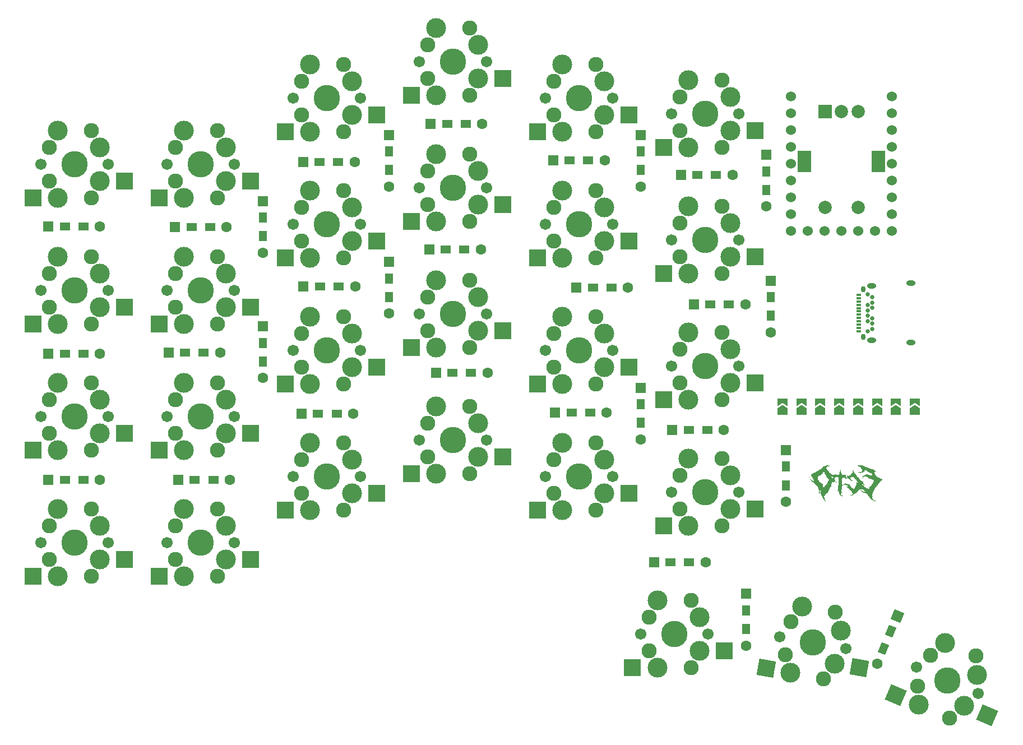
<source format=gbs>
G04 #@! TF.GenerationSoftware,KiCad,Pcbnew,8.0.8*
G04 #@! TF.CreationDate,2025-01-28T12:57:42+10:00*
G04 #@! TF.ProjectId,wetsocks54k,77657473-6f63-46b7-9335-346b2e6b6963,2*
G04 #@! TF.SameCoordinates,Original*
G04 #@! TF.FileFunction,Soldermask,Bot*
G04 #@! TF.FilePolarity,Negative*
%FSLAX46Y46*%
G04 Gerber Fmt 4.6, Leading zero omitted, Abs format (unit mm)*
G04 Created by KiCad (PCBNEW 8.0.8) date 2025-01-28 12:57:42*
%MOMM*%
%LPD*%
G01*
G04 APERTURE LIST*
G04 Aperture macros list*
%AMRotRect*
0 Rectangle, with rotation*
0 The origin of the aperture is its center*
0 $1 length*
0 $2 width*
0 $3 Rotation angle, in degrees counterclockwise*
0 Add horizontal line*
21,1,$1,$2,0,0,$3*%
%AMFreePoly0*
4,1,6,1.000000,0.000000,0.500000,-0.750000,-0.500000,-0.750000,-0.500000,0.750000,0.500000,0.750000,1.000000,0.000000,1.000000,0.000000,$1*%
%AMFreePoly1*
4,1,6,0.500000,-0.750000,-0.650000,-0.750000,-0.150000,0.000000,-0.650000,0.750000,0.500000,0.750000,0.500000,-0.750000,0.500000,-0.750000,$1*%
G04 Aperture macros list end*
%ADD10C,0.000000*%
%ADD11R,1.600000X1.200000*%
%ADD12R,1.600000X1.600000*%
%ADD13C,1.600000*%
%ADD14C,1.701800*%
%ADD15C,3.000000*%
%ADD16C,3.987800*%
%ADD17R,2.550000X2.500000*%
%ADD18C,2.286000*%
%ADD19R,1.200000X1.600000*%
%ADD20C,1.524000*%
%ADD21C,0.650000*%
%ADD22O,0.650000X0.950000*%
%ADD23O,1.400000X0.800000*%
%ADD24RotRect,1.600000X1.200000X67.000000*%
%ADD25RotRect,1.600000X1.600000X67.000000*%
%ADD26RotRect,2.550000X2.500000X350.000000*%
%ADD27RotRect,2.550000X2.500000X337.000000*%
%ADD28FreePoly0,90.000000*%
%ADD29FreePoly1,90.000000*%
%ADD30R,0.700000X0.300000*%
%ADD31R,2.000000X2.000000*%
%ADD32C,2.000000*%
%ADD33R,2.000000X3.200000*%
G04 APERTURE END LIST*
D10*
G36*
X159533326Y-114723902D02*
G01*
X159534231Y-114728656D01*
X159538345Y-114764588D01*
X159539238Y-114801242D01*
X159543404Y-114841492D01*
X159557252Y-114883156D01*
X159563010Y-114895732D01*
X159571113Y-114917383D01*
X159572308Y-114927933D01*
X159568885Y-114927220D01*
X159554173Y-114916528D01*
X159531111Y-114896371D01*
X159502841Y-114869807D01*
X159472504Y-114839894D01*
X159443239Y-114809691D01*
X159418188Y-114782254D01*
X159400492Y-114760643D01*
X159385542Y-114741546D01*
X159375196Y-114731884D01*
X159374184Y-114736763D01*
X159382523Y-114754775D01*
X159400227Y-114784509D01*
X159414607Y-114806508D01*
X159447193Y-114853103D01*
X159480402Y-114896888D01*
X159511479Y-114934459D01*
X159537668Y-114962408D01*
X159556212Y-114977329D01*
X159572580Y-114987489D01*
X159600482Y-115007546D01*
X159630361Y-115031160D01*
X159654324Y-115050652D01*
X159682752Y-115072816D01*
X159703294Y-115087748D01*
X159715567Y-115097198D01*
X159740538Y-115118663D01*
X159772250Y-115147379D01*
X159806698Y-115179782D01*
X159827612Y-115200109D01*
X159858647Y-115232487D01*
X159880008Y-115259486D01*
X159895157Y-115285787D01*
X159907558Y-115316067D01*
X159908716Y-115319257D01*
X159919933Y-115346379D01*
X159933565Y-115370207D01*
X159952688Y-115394740D01*
X159980378Y-115423982D01*
X160019712Y-115461933D01*
X160056534Y-115496377D01*
X160095022Y-115531717D01*
X160128557Y-115561863D01*
X160152593Y-115582683D01*
X160184034Y-115608242D01*
X160223660Y-115639382D01*
X160266005Y-115671828D01*
X160308068Y-115703356D01*
X160346848Y-115731746D01*
X160379346Y-115754775D01*
X160402559Y-115770222D01*
X160413489Y-115775865D01*
X160421362Y-115777846D01*
X160443166Y-115786673D01*
X160471517Y-115800176D01*
X160490381Y-115808780D01*
X160523141Y-115820067D01*
X160548474Y-115824487D01*
X160560629Y-115825858D01*
X160591036Y-115834619D01*
X160623178Y-115848798D01*
X160640943Y-115857827D01*
X160665564Y-115868818D01*
X160679794Y-115873109D01*
X160680252Y-115873061D01*
X160690473Y-115863998D01*
X160706040Y-115842291D01*
X160723774Y-115812331D01*
X160742001Y-115779732D01*
X160762472Y-115744803D01*
X160778589Y-115719037D01*
X160781537Y-115714823D01*
X160804999Y-115688519D01*
X160833709Y-115664322D01*
X160861876Y-115646602D01*
X160883712Y-115639724D01*
X160899709Y-115644340D01*
X160904727Y-115657690D01*
X160893290Y-115673461D01*
X160887453Y-115678230D01*
X160880441Y-115692147D01*
X160885238Y-115714088D01*
X160886667Y-115717949D01*
X160896241Y-115733763D01*
X160913119Y-115743032D01*
X160943363Y-115749446D01*
X160965175Y-115753271D01*
X161008371Y-115761948D01*
X161050116Y-115771404D01*
X161101367Y-115780152D01*
X161168553Y-115785240D01*
X161244059Y-115785924D01*
X161322398Y-115781993D01*
X161353824Y-115778577D01*
X161377258Y-115771712D01*
X161397128Y-115757719D01*
X161421374Y-115732637D01*
X161438953Y-115711433D01*
X161460329Y-115680111D01*
X161473181Y-115654141D01*
X161474965Y-115649196D01*
X161486485Y-115628622D01*
X161498532Y-115620275D01*
X161499259Y-115620282D01*
X161507680Y-115624403D01*
X161502640Y-115639085D01*
X161498536Y-115648302D01*
X161493285Y-115671084D01*
X161494054Y-115690107D01*
X161501042Y-115698070D01*
X161505418Y-115692295D01*
X161511157Y-115671835D01*
X161515890Y-115641686D01*
X161517230Y-115623034D01*
X161513799Y-115570883D01*
X161501182Y-115523093D01*
X161480971Y-115486733D01*
X161477185Y-115480902D01*
X161478624Y-115468475D01*
X161494908Y-115451859D01*
X161498542Y-115448588D01*
X161518886Y-115424585D01*
X161540593Y-115392007D01*
X161560284Y-115356792D01*
X161574577Y-115324879D01*
X161580093Y-115302207D01*
X161582181Y-115289676D01*
X161593052Y-115271549D01*
X161595260Y-115268919D01*
X161603881Y-115249901D01*
X161613688Y-115218649D01*
X161622959Y-115180408D01*
X161630687Y-115144484D01*
X161642460Y-115094777D01*
X161653622Y-115057047D01*
X161665848Y-115026730D01*
X161680816Y-114999262D01*
X161700200Y-114970080D01*
X161731160Y-114927805D01*
X161757456Y-114895322D01*
X161777812Y-114873646D01*
X161791023Y-114863683D01*
X161795887Y-114866339D01*
X161791201Y-114882522D01*
X161775761Y-114913137D01*
X161741736Y-114987306D01*
X161722255Y-115062250D01*
X161719648Y-115132136D01*
X161719977Y-115135737D01*
X161722932Y-115168978D01*
X161726946Y-115215126D01*
X161731534Y-115268566D01*
X161736208Y-115323683D01*
X161739452Y-115360017D01*
X161744893Y-115409221D01*
X161750572Y-115443563D01*
X161757022Y-115465947D01*
X161764776Y-115479272D01*
X161768360Y-115483451D01*
X161794639Y-115524854D01*
X161803753Y-115564621D01*
X161803834Y-115567239D01*
X161812434Y-115587861D01*
X161837356Y-115606136D01*
X161844606Y-115610536D01*
X161872227Y-115633782D01*
X161895536Y-115661770D01*
X161920112Y-115699307D01*
X161894836Y-115722733D01*
X161883797Y-115733997D01*
X161874113Y-115753385D01*
X161875814Y-115779502D01*
X161877939Y-115790168D01*
X161881454Y-115799619D01*
X161888381Y-115806962D01*
X161901005Y-115812691D01*
X161921610Y-115817301D01*
X161952480Y-115821287D01*
X161995898Y-115825143D01*
X162054150Y-115829363D01*
X162129519Y-115834443D01*
X162146065Y-115835500D01*
X162218470Y-115838883D01*
X162284370Y-115840001D01*
X162341193Y-115838946D01*
X162386368Y-115835810D01*
X162417322Y-115830685D01*
X162431483Y-115823663D01*
X162438746Y-115817013D01*
X162458678Y-115817176D01*
X162484669Y-115832427D01*
X162497158Y-115846058D01*
X162505198Y-115868061D01*
X162508502Y-115902929D01*
X162508708Y-115923079D01*
X162506822Y-115955373D01*
X162502722Y-115977301D01*
X162499772Y-115991856D01*
X162504278Y-116004617D01*
X162505039Y-116005197D01*
X162511132Y-116019500D01*
X162513630Y-116043529D01*
X162514830Y-116061253D01*
X162527533Y-116105228D01*
X162555019Y-116154099D01*
X162598424Y-116210093D01*
X162605443Y-116218360D01*
X162628025Y-116246286D01*
X162643824Y-116267921D01*
X162649771Y-116279140D01*
X162645043Y-116287218D01*
X162628656Y-116303656D01*
X162605375Y-116322961D01*
X162580283Y-116340631D01*
X162574366Y-116349521D01*
X162564688Y-116372602D01*
X162554348Y-116403840D01*
X162544514Y-116432975D01*
X162528456Y-116470788D01*
X162511281Y-116503199D01*
X162495369Y-116525846D01*
X162483103Y-116534364D01*
X162482559Y-116534393D01*
X162468243Y-116540294D01*
X162447597Y-116553354D01*
X162421721Y-116568120D01*
X162392076Y-116579019D01*
X162362903Y-116585693D01*
X162389767Y-116564089D01*
X162392877Y-116561424D01*
X162414174Y-116536125D01*
X162434344Y-116502525D01*
X162449382Y-116468171D01*
X162455284Y-116440608D01*
X162454407Y-116434897D01*
X162445490Y-116413027D01*
X162430060Y-116387181D01*
X162422439Y-116375873D01*
X162411680Y-116354789D01*
X162409742Y-116333996D01*
X162414892Y-116304001D01*
X162419730Y-116275992D01*
X162418866Y-116254368D01*
X162410563Y-116237772D01*
X162410468Y-116237642D01*
X162397552Y-116219896D01*
X162377678Y-116192290D01*
X162355107Y-116160746D01*
X162353417Y-116158391D01*
X162331344Y-116129890D01*
X162312061Y-116108690D01*
X162299571Y-116099229D01*
X162291389Y-116097932D01*
X162296940Y-116103695D01*
X162297473Y-116104095D01*
X162309706Y-116118953D01*
X162315810Y-116128819D01*
X162325468Y-116144431D01*
X162341171Y-116173836D01*
X162353225Y-116200472D01*
X162358041Y-116217647D01*
X162360284Y-116226350D01*
X162372627Y-116242634D01*
X162378755Y-116250005D01*
X162385898Y-116267437D01*
X162387523Y-116283930D01*
X162382039Y-116291256D01*
X162381127Y-116291148D01*
X162367299Y-116286712D01*
X162344627Y-116277786D01*
X162337460Y-116274988D01*
X162294452Y-116263445D01*
X162235412Y-116254589D01*
X162158692Y-116248155D01*
X162149541Y-116247574D01*
X162108095Y-116244723D01*
X162058596Y-116241084D01*
X162009850Y-116237297D01*
X161919354Y-116230037D01*
X161925978Y-116258215D01*
X161934550Y-116280736D01*
X161948824Y-116300980D01*
X161951927Y-116303782D01*
X161974993Y-116327053D01*
X161982943Y-116344682D01*
X161976188Y-116362143D01*
X161955142Y-116384911D01*
X161943269Y-116397222D01*
X161922334Y-116422985D01*
X161910007Y-116443859D01*
X161906432Y-116457217D01*
X161903009Y-116487643D01*
X161902801Y-116521408D01*
X161905710Y-116550990D01*
X161911637Y-116568867D01*
X161912893Y-116573372D01*
X161912095Y-116594236D01*
X161907287Y-116626753D01*
X161899088Y-116666111D01*
X161895111Y-116683955D01*
X161885346Y-116742081D01*
X161879572Y-116806798D01*
X161877149Y-116884441D01*
X161876974Y-116898681D01*
X161876115Y-116953465D01*
X161874851Y-117020970D01*
X161873286Y-117096125D01*
X161871525Y-117173859D01*
X161871229Y-117185896D01*
X161869672Y-117249104D01*
X161868500Y-117298091D01*
X161867405Y-117355007D01*
X161866823Y-117401586D01*
X161866769Y-117435552D01*
X161867259Y-117454628D01*
X161868308Y-117456540D01*
X161869848Y-117451446D01*
X161884511Y-117427831D01*
X161912777Y-117394894D01*
X161953153Y-117354434D01*
X161988833Y-117321704D01*
X162025586Y-117292063D01*
X162058489Y-117271403D01*
X162092265Y-117256397D01*
X162121433Y-117246072D01*
X162148055Y-117237721D01*
X162162620Y-117234517D01*
X162168474Y-117233801D01*
X162193411Y-117224501D01*
X162201843Y-117219931D01*
X162533079Y-117219931D01*
X162537941Y-117224793D01*
X162542804Y-117219931D01*
X162537941Y-117215069D01*
X162533079Y-117219931D01*
X162201843Y-117219931D01*
X162225701Y-117207001D01*
X162259763Y-117184547D01*
X162290016Y-117160387D01*
X162291300Y-117159238D01*
X162331569Y-117131627D01*
X162376917Y-117113349D01*
X162422433Y-117105291D01*
X162463206Y-117108343D01*
X162494325Y-117123394D01*
X162498545Y-117126432D01*
X162521070Y-117137121D01*
X162550240Y-117146435D01*
X162555106Y-117147651D01*
X162594197Y-117157423D01*
X162631680Y-117166801D01*
X162652630Y-117172468D01*
X162691205Y-117183956D01*
X162730200Y-117196507D01*
X162742066Y-117200317D01*
X162780759Y-117209475D01*
X162823214Y-117213591D01*
X162877138Y-117213559D01*
X162917742Y-117213457D01*
X162973087Y-117218896D01*
X162976220Y-117219931D01*
X163012519Y-117231921D01*
X163037530Y-117253135D01*
X163049615Y-117283139D01*
X163062985Y-117330468D01*
X163095603Y-117393936D01*
X163142789Y-117453484D01*
X163165163Y-117478041D01*
X163198953Y-117518225D01*
X163227656Y-117555590D01*
X163231380Y-117560612D01*
X163251657Y-117585246D01*
X163279307Y-117616246D01*
X163311417Y-117650637D01*
X163345076Y-117685445D01*
X163377371Y-117717695D01*
X163405390Y-117744413D01*
X163426221Y-117762625D01*
X163436952Y-117769357D01*
X163445091Y-117773878D01*
X163464261Y-117787902D01*
X163489573Y-117808121D01*
X163511999Y-117824933D01*
X163544837Y-117845031D01*
X163572051Y-117856900D01*
X163575475Y-117857902D01*
X163603968Y-117868657D01*
X163625136Y-117880350D01*
X163630456Y-117884706D01*
X163634506Y-117892279D01*
X163625529Y-117899539D01*
X163600825Y-117909750D01*
X163596260Y-117911472D01*
X163573534Y-117918619D01*
X163552542Y-117920851D01*
X163526418Y-117918235D01*
X163488293Y-117910835D01*
X163486965Y-117910554D01*
X163448518Y-117900931D01*
X163414982Y-117890031D01*
X163393481Y-117880159D01*
X163393036Y-117879869D01*
X163376309Y-117870463D01*
X163369373Y-117869551D01*
X163375829Y-117878334D01*
X163396924Y-117892036D01*
X163428457Y-117907504D01*
X163466051Y-117922621D01*
X163505330Y-117935273D01*
X163574234Y-117954368D01*
X163629322Y-117932364D01*
X163664039Y-117915784D01*
X163695333Y-117892092D01*
X163726654Y-117856876D01*
X163748838Y-117829050D01*
X163777018Y-117794264D01*
X163800089Y-117766362D01*
X163809271Y-117754880D01*
X163828875Y-117726507D01*
X163841264Y-117703154D01*
X163842130Y-117700909D01*
X163875867Y-117635528D01*
X163921230Y-117577668D01*
X163921360Y-117577534D01*
X163944514Y-117546626D01*
X163952929Y-117518630D01*
X163952968Y-117516820D01*
X163959863Y-117484693D01*
X163976485Y-117443840D01*
X163999758Y-117399604D01*
X164026607Y-117357328D01*
X164053958Y-117322354D01*
X164078737Y-117300026D01*
X164095841Y-117287716D01*
X164104902Y-117272999D01*
X164103196Y-117252300D01*
X164101681Y-117230575D01*
X164108367Y-117210275D01*
X164113783Y-117198546D01*
X164112967Y-117175167D01*
X164111404Y-117169903D01*
X164111271Y-117158526D01*
X164122698Y-117160119D01*
X164126645Y-117161241D01*
X164148981Y-117164734D01*
X164183147Y-117168137D01*
X164223495Y-117170849D01*
X164247806Y-117172070D01*
X164274824Y-117173103D01*
X164284176Y-117172669D01*
X164276964Y-117170622D01*
X164254289Y-117166819D01*
X164234414Y-117162889D01*
X164314355Y-117162889D01*
X164322359Y-117166447D01*
X164327507Y-117165745D01*
X164328842Y-117159964D01*
X164327417Y-117158800D01*
X164315877Y-117159964D01*
X164314355Y-117162889D01*
X164234414Y-117162889D01*
X164222110Y-117160456D01*
X164165755Y-117144235D01*
X164113285Y-117123514D01*
X164072466Y-117101099D01*
X164044447Y-117084432D01*
X164012963Y-117069453D01*
X164006825Y-117066764D01*
X163991010Y-117056249D01*
X163976038Y-117038831D01*
X163959153Y-117010819D01*
X163937599Y-116968522D01*
X163925541Y-116943391D01*
X163909539Y-116908172D01*
X163898563Y-116881567D01*
X163894488Y-116867947D01*
X163890318Y-116857622D01*
X163875039Y-116843287D01*
X163860600Y-116831764D01*
X163856561Y-116820763D01*
X163868482Y-116816370D01*
X163878390Y-116819031D01*
X163899403Y-116836214D01*
X163921490Y-116866130D01*
X163941553Y-116905023D01*
X163942657Y-116907554D01*
X163968192Y-116948060D01*
X164007847Y-116982640D01*
X164013480Y-116986543D01*
X164034797Y-117000368D01*
X164053268Y-117008711D01*
X164074466Y-117012784D01*
X164103960Y-117013797D01*
X164147321Y-117012961D01*
X164239702Y-117010559D01*
X164270526Y-116975957D01*
X164276992Y-116969241D01*
X164317973Y-116940490D01*
X164369160Y-116920865D01*
X164423580Y-116913225D01*
X164453638Y-116912835D01*
X164425457Y-116897573D01*
X164407772Y-116890860D01*
X164372548Y-116886698D01*
X164323804Y-116889119D01*
X164259151Y-116898131D01*
X164257058Y-116898454D01*
X164226127Y-116899866D01*
X164192859Y-116897247D01*
X164183273Y-116895426D01*
X164155497Y-116885592D01*
X164137685Y-116872641D01*
X164131649Y-116859618D01*
X164139196Y-116849570D01*
X164162139Y-116845543D01*
X164164638Y-116845472D01*
X164187711Y-116835641D01*
X164200960Y-116811237D01*
X164202717Y-116775151D01*
X164202351Y-116772487D01*
X164195876Y-116753454D01*
X164180895Y-116729847D01*
X164155391Y-116698894D01*
X164117345Y-116657821D01*
X164044141Y-116581980D01*
X163968246Y-116504787D01*
X163896754Y-116433499D01*
X163833938Y-116372419D01*
X163829333Y-116367948D01*
X163792981Y-116327134D01*
X163757079Y-116276012D01*
X163718657Y-116210406D01*
X163694339Y-116168262D01*
X163664238Y-116120571D01*
X163635172Y-116078591D01*
X163611006Y-116048147D01*
X163562946Y-115994663D01*
X163568842Y-116028698D01*
X163569978Y-116055199D01*
X163559444Y-116099200D01*
X163550996Y-116117905D01*
X163541172Y-116133277D01*
X163536307Y-116130341D01*
X163536750Y-116108947D01*
X163536792Y-116094757D01*
X163528427Y-116079451D01*
X163505898Y-116065411D01*
X163503549Y-116064241D01*
X163481096Y-116054734D01*
X163465505Y-116054788D01*
X163447552Y-116064215D01*
X163423433Y-116081537D01*
X163398014Y-116102890D01*
X163397108Y-116103715D01*
X163372652Y-116119441D01*
X163348555Y-116125942D01*
X163338998Y-116127814D01*
X163311374Y-116141233D01*
X163275484Y-116164839D01*
X163273033Y-116166451D01*
X163225915Y-116202139D01*
X163171961Y-116246967D01*
X163144725Y-116270473D01*
X163136668Y-116249260D01*
X163131373Y-116234215D01*
X163123704Y-116208599D01*
X163121820Y-116204617D01*
X163119180Y-116212082D01*
X163117668Y-116234153D01*
X163117841Y-116248985D01*
X163125936Y-116297078D01*
X163143954Y-116337543D01*
X163169704Y-116364872D01*
X163179199Y-116373404D01*
X163197611Y-116399882D01*
X163213885Y-116434763D01*
X163223021Y-116456615D01*
X163242243Y-116494192D01*
X163261471Y-116523838D01*
X163267836Y-116532144D01*
X163286980Y-116559098D01*
X163300238Y-116580555D01*
X163312062Y-116594534D01*
X163331061Y-116602435D01*
X163343772Y-116604115D01*
X163371665Y-116611027D01*
X163404546Y-116621462D01*
X163406164Y-116622028D01*
X163442929Y-116632819D01*
X163473310Y-116635544D01*
X163507736Y-116631186D01*
X163523595Y-116628426D01*
X163558605Y-116623737D01*
X163585566Y-116621883D01*
X163586283Y-116621877D01*
X163614649Y-116615811D01*
X163642585Y-116601773D01*
X163653487Y-116594552D01*
X163667545Y-116588676D01*
X163669256Y-116594072D01*
X163659037Y-116608534D01*
X163637301Y-116629857D01*
X163615879Y-116645278D01*
X163574746Y-116666152D01*
X163526820Y-116683809D01*
X163477946Y-116696513D01*
X163433967Y-116702529D01*
X163400729Y-116700121D01*
X163394141Y-116698452D01*
X163357834Y-116692311D01*
X163320751Y-116689581D01*
X163313396Y-116689336D01*
X163274289Y-116684467D01*
X163238738Y-116675472D01*
X163229767Y-116672505D01*
X163205590Y-116666905D01*
X163191620Y-116667321D01*
X163179516Y-116668589D01*
X163161253Y-116661093D01*
X163146351Y-116648410D01*
X163142549Y-116635551D01*
X163142229Y-116631386D01*
X163132762Y-116613439D01*
X163113212Y-116585714D01*
X163085955Y-116551075D01*
X163053372Y-116512385D01*
X163017841Y-116472509D01*
X162981741Y-116434311D01*
X162947451Y-116400654D01*
X162913467Y-116371383D01*
X162886670Y-116354703D01*
X162864843Y-116349602D01*
X162842880Y-116345663D01*
X162824278Y-116334374D01*
X162808671Y-116320423D01*
X162785035Y-116305389D01*
X162770266Y-116295107D01*
X162757262Y-116274995D01*
X162747680Y-116241500D01*
X162732604Y-116183158D01*
X162724182Y-116157085D01*
X163128264Y-116157085D01*
X163129549Y-116176994D01*
X163132925Y-116178644D01*
X163134453Y-116164839D01*
X163133098Y-116151462D01*
X163129549Y-116152684D01*
X163128264Y-116157085D01*
X162724182Y-116157085D01*
X162709979Y-116113116D01*
X162683763Y-116043996D01*
X162657180Y-115984939D01*
X162640347Y-115947454D01*
X162631066Y-115912171D01*
X162629335Y-115874366D01*
X162630561Y-115854824D01*
X162635165Y-115823186D01*
X162641613Y-115802112D01*
X162647439Y-115791878D01*
X162654864Y-115787840D01*
X162665638Y-115800282D01*
X162673375Y-115814101D01*
X162678944Y-115835734D01*
X162682120Y-115847494D01*
X162694845Y-115865525D01*
X162719198Y-115890524D01*
X162757191Y-115924779D01*
X162762050Y-115928403D01*
X162793525Y-115940510D01*
X162842445Y-115947749D01*
X162864555Y-115949248D01*
X162898690Y-115948662D01*
X162928718Y-115942018D01*
X162964592Y-115927683D01*
X162992774Y-115915742D01*
X163018720Y-115906014D01*
X163032966Y-115902282D01*
X163042796Y-115900267D01*
X163068226Y-115888050D01*
X163099019Y-115868139D01*
X163129816Y-115844471D01*
X163155262Y-115820980D01*
X163169998Y-115801603D01*
X163170367Y-115800841D01*
X163188728Y-115776150D01*
X163211845Y-115760125D01*
X163229014Y-115749247D01*
X163250066Y-115723965D01*
X163274224Y-115682606D01*
X163275991Y-115679272D01*
X163296807Y-115643322D01*
X163317781Y-115612005D01*
X163334626Y-115591771D01*
X163337240Y-115589263D01*
X163353149Y-115571176D01*
X163359649Y-115558569D01*
X163360072Y-115554596D01*
X163371535Y-115535487D01*
X163393188Y-115519810D01*
X163417668Y-115513308D01*
X163433946Y-115510989D01*
X163459321Y-115497907D01*
X163476215Y-115477672D01*
X163479257Y-115455339D01*
X163477065Y-115444457D01*
X163479128Y-115436192D01*
X163487786Y-115443549D01*
X163501144Y-115465637D01*
X163503268Y-115469854D01*
X163510788Y-115490777D01*
X163511216Y-115513316D01*
X163504951Y-115545863D01*
X163501860Y-115558282D01*
X163480520Y-115620444D01*
X163453289Y-115669436D01*
X163451357Y-115672384D01*
X163454414Y-115671361D01*
X163467745Y-115658585D01*
X163470355Y-115655840D01*
X163486426Y-115634420D01*
X163501500Y-115604806D01*
X163517183Y-115563372D01*
X163535080Y-115506494D01*
X163539376Y-115490149D01*
X163542114Y-115458354D01*
X163535228Y-115422857D01*
X163528649Y-115387640D01*
X163532603Y-115346186D01*
X163533513Y-115342749D01*
X163536666Y-115318806D01*
X163532467Y-115293041D01*
X163519820Y-115257890D01*
X163510259Y-115232717D01*
X163503127Y-115209653D01*
X163502099Y-115199061D01*
X163501696Y-115196172D01*
X163491370Y-115183716D01*
X163471766Y-115166002D01*
X163455179Y-115149770D01*
X163432858Y-115123559D01*
X163409081Y-115092533D01*
X163386624Y-115060648D01*
X163368261Y-115031861D01*
X163356768Y-115010128D01*
X163354920Y-114999405D01*
X163361527Y-115001296D01*
X163378502Y-115013650D01*
X163401181Y-115034004D01*
X163421233Y-115052004D01*
X163458814Y-115081922D01*
X163495790Y-115107799D01*
X163519163Y-115124015D01*
X163558403Y-115155476D01*
X163591479Y-115186580D01*
X163612334Y-115207574D01*
X163631716Y-115224721D01*
X163642531Y-115231301D01*
X163646550Y-115232886D01*
X163651379Y-115245735D01*
X163652888Y-115251992D01*
X163661936Y-115274210D01*
X163677562Y-115307719D01*
X163697930Y-115348907D01*
X163721198Y-115394160D01*
X163745528Y-115439864D01*
X163769082Y-115482405D01*
X163790019Y-115518170D01*
X163794419Y-115525368D01*
X163825015Y-115574186D01*
X163849440Y-115609965D01*
X163870519Y-115636274D01*
X163891077Y-115656682D01*
X163913937Y-115674757D01*
X163934058Y-115691676D01*
X163965453Y-115724719D01*
X163991732Y-115759470D01*
X163992341Y-115760418D01*
X164015542Y-115796190D01*
X164043470Y-115838803D01*
X164070215Y-115879242D01*
X164091238Y-115911318D01*
X164118336Y-115954341D01*
X164139662Y-115990266D01*
X164153948Y-116016832D01*
X164159926Y-116031777D01*
X164156329Y-116032839D01*
X164154289Y-116031304D01*
X164137322Y-116018549D01*
X164110709Y-115998554D01*
X164079251Y-115974927D01*
X164078114Y-115974072D01*
X164040738Y-115944947D01*
X164003230Y-115914121D01*
X163973546Y-115888129D01*
X163965035Y-115880336D01*
X163946477Y-115864696D01*
X163939604Y-115862208D01*
X163943088Y-115872179D01*
X163948846Y-115881662D01*
X163972554Y-115910820D01*
X164006968Y-115945967D01*
X164048234Y-115983676D01*
X164092493Y-116020520D01*
X164135891Y-116053073D01*
X164174572Y-116077906D01*
X164200090Y-116093081D01*
X164246412Y-116122795D01*
X164296093Y-116156638D01*
X164342007Y-116189844D01*
X164371505Y-116212428D01*
X164407778Y-116242717D01*
X164435913Y-116271129D01*
X164460935Y-116302959D01*
X164487872Y-116343500D01*
X164521445Y-116396402D01*
X164557930Y-116453413D01*
X164586826Y-116497551D01*
X164609696Y-116530866D01*
X164628099Y-116555411D01*
X164643599Y-116573240D01*
X164657755Y-116586404D01*
X164672130Y-116596955D01*
X164688284Y-116606947D01*
X164707776Y-116619333D01*
X164743650Y-116645476D01*
X164772715Y-116670505D01*
X164776562Y-116674286D01*
X164810206Y-116706044D01*
X164838406Y-116729374D01*
X164867904Y-116749900D01*
X164890126Y-116761455D01*
X164924358Y-116775787D01*
X164964181Y-116790483D01*
X165003742Y-116803505D01*
X165037189Y-116812814D01*
X165058670Y-116816370D01*
X165075124Y-116820728D01*
X165086160Y-116835920D01*
X165092585Y-116864769D01*
X165095510Y-116910098D01*
X165101037Y-116960260D01*
X165119467Y-117012203D01*
X165134497Y-117040931D01*
X165172653Y-117115237D01*
X165202641Y-117176498D01*
X165225605Y-117227555D01*
X165242688Y-117271253D01*
X165255034Y-117310436D01*
X165263787Y-117347946D01*
X165270091Y-117386627D01*
X165271223Y-117396237D01*
X165271688Y-117426101D01*
X165266773Y-117442459D01*
X165257668Y-117443358D01*
X165245565Y-117426846D01*
X165226013Y-117392355D01*
X165196835Y-117350653D01*
X165167412Y-117317858D01*
X165141461Y-117298551D01*
X165139616Y-117297634D01*
X165114964Y-117279900D01*
X165098645Y-117259064D01*
X165083533Y-117240279D01*
X165052629Y-117228349D01*
X165042876Y-117226218D01*
X165008561Y-117216058D01*
X164973891Y-117202933D01*
X164968475Y-117200624D01*
X164902275Y-117177184D01*
X164837582Y-117162289D01*
X164781360Y-117157579D01*
X164735644Y-117158435D01*
X164741465Y-117159964D01*
X164798853Y-117175037D01*
X164830992Y-117183956D01*
X164867421Y-117196825D01*
X164897856Y-117212942D01*
X164928744Y-117235939D01*
X164966536Y-117269445D01*
X164973359Y-117275568D01*
X165011804Y-117306673D01*
X165057097Y-117339420D01*
X165100825Y-117367657D01*
X165136186Y-117389279D01*
X165162246Y-117407880D01*
X165180425Y-117426370D01*
X165195436Y-117449616D01*
X165211994Y-117482488D01*
X165220952Y-117499923D01*
X165268717Y-117570445D01*
X165331984Y-117637433D01*
X165407582Y-117697877D01*
X165492341Y-117748764D01*
X165522437Y-117763438D01*
X165566059Y-117782512D01*
X165604293Y-117796823D01*
X165631317Y-117804055D01*
X165644017Y-117806718D01*
X165685888Y-117822706D01*
X165730362Y-117848453D01*
X165741012Y-117855490D01*
X165781276Y-117878389D01*
X165818871Y-117894607D01*
X165849472Y-117902518D01*
X165868755Y-117900497D01*
X165873152Y-117895952D01*
X165878255Y-117878639D01*
X165878702Y-117875957D01*
X165886695Y-117875286D01*
X165902258Y-117886037D01*
X165922203Y-117904967D01*
X165943341Y-117928836D01*
X165962485Y-117954404D01*
X165976444Y-117978430D01*
X165983975Y-117996024D01*
X165994728Y-118038410D01*
X165991170Y-118077505D01*
X165972407Y-118117555D01*
X165937541Y-118162808D01*
X165912291Y-118191597D01*
X165946326Y-118166455D01*
X165964651Y-118150688D01*
X165999050Y-118104129D01*
X166021922Y-118046096D01*
X166032563Y-117980000D01*
X166030271Y-117909248D01*
X166014339Y-117837249D01*
X166013291Y-117833949D01*
X165997592Y-117761109D01*
X165999141Y-117697110D01*
X166018062Y-117641580D01*
X166054479Y-117594142D01*
X166108519Y-117554425D01*
X166132935Y-117539853D01*
X166177650Y-117509094D01*
X166219637Y-117473628D01*
X166261236Y-117430946D01*
X166304791Y-117378540D01*
X166352643Y-117313900D01*
X166407134Y-117234517D01*
X166409086Y-117231614D01*
X166433337Y-117197568D01*
X166456895Y-117167574D01*
X166474915Y-117147828D01*
X166486419Y-117134423D01*
X166505012Y-117104368D01*
X166520705Y-117070033D01*
X166530007Y-117047416D01*
X166547341Y-117012229D01*
X166563676Y-116985929D01*
X166564247Y-116985174D01*
X166584129Y-116954550D01*
X166600421Y-116922720D01*
X166606596Y-116910107D01*
X166625665Y-116879204D01*
X166648347Y-116848950D01*
X166663002Y-116830417D01*
X166687930Y-116791286D01*
X166701151Y-116757685D01*
X166701076Y-116733108D01*
X166698294Y-116728702D01*
X166681005Y-116714842D01*
X166655095Y-116701848D01*
X166652931Y-116700994D01*
X166630788Y-116691106D01*
X166624933Y-116684526D01*
X166633209Y-116679000D01*
X166663330Y-116672300D01*
X166710331Y-116671919D01*
X166763314Y-116679412D01*
X166816089Y-116694262D01*
X166854539Y-116708958D01*
X166891786Y-116726656D01*
X166917757Y-116745534D01*
X166936772Y-116768927D01*
X166953149Y-116800175D01*
X166963529Y-116821331D01*
X166972677Y-116835889D01*
X166976333Y-116835819D01*
X166976287Y-116833453D01*
X166969845Y-116808207D01*
X166955350Y-116776355D01*
X166936654Y-116745329D01*
X166917612Y-116722560D01*
X166911648Y-116717403D01*
X166888436Y-116698585D01*
X166856723Y-116673860D01*
X166821565Y-116647197D01*
X166797824Y-116629910D01*
X166763640Y-116607904D01*
X166737482Y-116596174D01*
X166715434Y-116592710D01*
X166713478Y-116592661D01*
X166685239Y-116586718D01*
X166645507Y-116571989D01*
X166598695Y-116550084D01*
X166570327Y-116535876D01*
X166495088Y-116500880D01*
X166425940Y-116472577D01*
X166366275Y-116452287D01*
X166319486Y-116441332D01*
X166315378Y-116440670D01*
X166280787Y-116433090D01*
X166237641Y-116421316D01*
X166194297Y-116407600D01*
X166185509Y-116404617D01*
X166144596Y-116391395D01*
X166107899Y-116380495D01*
X166082467Y-116374034D01*
X166080838Y-116373693D01*
X166052303Y-116366158D01*
X166012991Y-116354008D01*
X165968790Y-116339263D01*
X165925587Y-116323945D01*
X165889269Y-116310072D01*
X165865723Y-116299665D01*
X165854533Y-116293144D01*
X165835376Y-116273609D01*
X165829782Y-116246692D01*
X165823649Y-116231977D01*
X165806272Y-116210510D01*
X165783209Y-116188651D01*
X165760080Y-116171671D01*
X165742505Y-116164839D01*
X165738640Y-116163287D01*
X165722365Y-116151198D01*
X165698005Y-116129733D01*
X165669215Y-116102024D01*
X165669201Y-116102010D01*
X165638508Y-116071989D01*
X165615379Y-116052622D01*
X165593866Y-116040578D01*
X165568020Y-116032528D01*
X165531893Y-116025140D01*
X165497939Y-116019237D01*
X165467024Y-116016104D01*
X165443409Y-116017723D01*
X165420661Y-116024030D01*
X165411215Y-116027096D01*
X165374502Y-116036410D01*
X165336934Y-116043124D01*
X165304532Y-116047746D01*
X165240025Y-116060435D01*
X165187463Y-116076908D01*
X165141636Y-116098647D01*
X165118646Y-116112355D01*
X165098385Y-116126356D01*
X165090583Y-116134546D01*
X165084678Y-116145937D01*
X165070324Y-116163469D01*
X165066682Y-116167637D01*
X165050938Y-116199886D01*
X165050273Y-116240539D01*
X165064833Y-116290706D01*
X165094761Y-116351496D01*
X165105449Y-116370855D01*
X165121647Y-116402673D01*
X165131586Y-116425786D01*
X165133434Y-116436184D01*
X165132320Y-116436475D01*
X165120895Y-116429493D01*
X165101082Y-116411662D01*
X165076393Y-116386068D01*
X165070904Y-116380115D01*
X165046064Y-116354725D01*
X165026262Y-116336888D01*
X165015373Y-116330153D01*
X165006214Y-116321668D01*
X164997487Y-116297514D01*
X164990296Y-116261581D01*
X164985414Y-116217769D01*
X164983615Y-116169980D01*
X164987194Y-116119012D01*
X165005406Y-116051433D01*
X165038404Y-115994947D01*
X165085486Y-115951065D01*
X165123140Y-115927112D01*
X165178625Y-115898489D01*
X165229514Y-115879885D01*
X165271266Y-115873204D01*
X165283784Y-115872810D01*
X165301542Y-115870211D01*
X165321658Y-115863893D01*
X165347769Y-115852382D01*
X165383513Y-115834205D01*
X165432527Y-115807888D01*
X165436744Y-115805544D01*
X165472771Y-115781914D01*
X165508383Y-115753331D01*
X165538051Y-115724594D01*
X165556246Y-115700501D01*
X165562787Y-115691717D01*
X165587323Y-115679197D01*
X165621067Y-115677805D01*
X165659457Y-115687314D01*
X165697927Y-115707500D01*
X165700777Y-115709444D01*
X165741196Y-115733427D01*
X165788649Y-115754739D01*
X165847234Y-115775001D01*
X165921048Y-115795836D01*
X165937643Y-115800422D01*
X165978349Y-115813642D01*
X166012098Y-115827251D01*
X166032878Y-115838932D01*
X166032975Y-115839011D01*
X166056979Y-115851880D01*
X166095247Y-115864939D01*
X166142722Y-115876459D01*
X166187956Y-115884747D01*
X166222008Y-115888282D01*
X166251546Y-115887241D01*
X166283725Y-115881900D01*
X166315174Y-115876154D01*
X166338873Y-115875614D01*
X166361465Y-115882009D01*
X166392018Y-115896569D01*
X166415716Y-115907320D01*
X166445080Y-115917241D01*
X166464951Y-115919870D01*
X166476404Y-115914251D01*
X166485510Y-115894937D01*
X166485607Y-115866871D01*
X166476920Y-115834982D01*
X166459674Y-115804199D01*
X166454554Y-115797126D01*
X166433087Y-115763851D01*
X166414074Y-115729805D01*
X166394285Y-115699778D01*
X166357049Y-115670274D01*
X166346140Y-115664984D01*
X166303113Y-115646829D01*
X166254628Y-115629444D01*
X166206474Y-115614653D01*
X166164441Y-115604278D01*
X166134317Y-115600143D01*
X166114796Y-115599243D01*
X166107588Y-115596527D01*
X166116502Y-115591173D01*
X166117522Y-115590776D01*
X166139157Y-115587427D01*
X166174480Y-115586552D01*
X166218353Y-115587898D01*
X166265637Y-115591210D01*
X166311194Y-115596234D01*
X166349886Y-115602716D01*
X166374697Y-115610339D01*
X166413316Y-115625881D01*
X166458404Y-115646592D01*
X166504508Y-115670096D01*
X166514361Y-115675365D01*
X166556363Y-115696705D01*
X166582043Y-115707496D01*
X166591356Y-115707804D01*
X166584257Y-115697694D01*
X166560702Y-115677231D01*
X166520646Y-115646480D01*
X166520025Y-115646020D01*
X166489977Y-115625856D01*
X166454417Y-115606274D01*
X166410693Y-115586140D01*
X166356154Y-115564319D01*
X166288147Y-115539678D01*
X166204021Y-115511083D01*
X166123711Y-115484177D01*
X166057458Y-115461503D01*
X166003621Y-115442468D01*
X165959098Y-115425997D01*
X165944019Y-115418477D01*
X165915037Y-115398999D01*
X165886165Y-115374954D01*
X165883351Y-115372366D01*
X165852471Y-115347015D01*
X165813351Y-115318501D01*
X165773754Y-115292515D01*
X165759421Y-115283659D01*
X165730650Y-115264733D01*
X165715164Y-115251476D01*
X165710241Y-115241120D01*
X165713159Y-115230895D01*
X165716234Y-115223121D01*
X165713805Y-115212432D01*
X165700004Y-115200193D01*
X165671794Y-115182879D01*
X165608230Y-115151707D01*
X165514557Y-115123366D01*
X165418186Y-115113580D01*
X165415429Y-115113572D01*
X165375120Y-115112488D01*
X165346712Y-115108464D01*
X165323092Y-115099811D01*
X165297147Y-115084838D01*
X165278771Y-115073811D01*
X165254253Y-115061181D01*
X165239407Y-115056263D01*
X165230177Y-115052424D01*
X165210305Y-115037811D01*
X165186483Y-115016023D01*
X165182039Y-115011580D01*
X165161932Y-114991799D01*
X165153502Y-114985054D01*
X165154982Y-114990705D01*
X165164603Y-115008115D01*
X165169280Y-115015434D01*
X165188997Y-115040797D01*
X165216682Y-115072238D01*
X165247893Y-115104608D01*
X165261954Y-115118947D01*
X165289324Y-115149639D01*
X165309603Y-115176208D01*
X165319186Y-115194126D01*
X165320056Y-115215764D01*
X165309836Y-115248031D01*
X165290091Y-115278149D01*
X165264846Y-115300408D01*
X165238128Y-115309096D01*
X165216777Y-115314269D01*
X165184654Y-115328970D01*
X165147797Y-115350185D01*
X165111451Y-115374879D01*
X165080859Y-115400021D01*
X165045871Y-115432532D01*
X165019699Y-115454382D01*
X164996916Y-115467993D01*
X164972051Y-115475824D01*
X164939637Y-115480336D01*
X164894203Y-115483989D01*
X164874066Y-115485709D01*
X164817940Y-115492086D01*
X164762131Y-115500289D01*
X164716196Y-115508975D01*
X164638401Y-115526425D01*
X164536295Y-115494670D01*
X164516935Y-115488630D01*
X164442870Y-115465035D01*
X164384728Y-115445480D01*
X164340202Y-115429072D01*
X164306984Y-115414918D01*
X164282764Y-115402126D01*
X164265235Y-115389802D01*
X164260331Y-115385678D01*
X164240359Y-115366166D01*
X164237228Y-115356345D01*
X164250823Y-115356384D01*
X164281031Y-115366452D01*
X164309934Y-115375043D01*
X164355094Y-115384332D01*
X164409301Y-115392848D01*
X164467145Y-115399849D01*
X164523213Y-115404593D01*
X164572095Y-115406340D01*
X164588091Y-115405338D01*
X164636531Y-115394754D01*
X164695699Y-115373312D01*
X164706991Y-115368613D01*
X164747545Y-115352185D01*
X164783643Y-115338181D01*
X164808577Y-115329222D01*
X164853218Y-115309953D01*
X164901641Y-115273501D01*
X164934926Y-115226578D01*
X164940844Y-115213762D01*
X164948857Y-115191089D01*
X164952993Y-115166300D01*
X164953979Y-115133643D01*
X164952545Y-115087365D01*
X164950974Y-115055665D01*
X164948132Y-115023269D01*
X164942942Y-114994757D01*
X164934030Y-114967874D01*
X164920024Y-114940364D01*
X164915454Y-114933580D01*
X165865048Y-114933580D01*
X165866510Y-114936624D01*
X165883117Y-114937675D01*
X165886137Y-114937611D01*
X165899053Y-114935928D01*
X165895088Y-114932832D01*
X165885219Y-114931269D01*
X165865915Y-114933192D01*
X165865048Y-114933580D01*
X164915454Y-114933580D01*
X164899551Y-114909972D01*
X164880969Y-114886653D01*
X165650099Y-114886653D01*
X165663979Y-114893384D01*
X165695815Y-114904616D01*
X165712915Y-114909663D01*
X165756213Y-114919466D01*
X165795598Y-114925066D01*
X165813697Y-114926186D01*
X165825253Y-114925982D01*
X165819909Y-114923925D01*
X165818650Y-114923665D01*
X165796061Y-114918391D01*
X165762168Y-114909864D01*
X165723802Y-114899799D01*
X165706138Y-114895197D01*
X165672183Y-114887387D01*
X165653169Y-114884597D01*
X165650099Y-114886653D01*
X164880969Y-114886653D01*
X164871238Y-114874442D01*
X164833711Y-114831519D01*
X164785597Y-114778948D01*
X164725524Y-114714473D01*
X164720829Y-114709653D01*
X164688941Y-114682074D01*
X164648594Y-114652802D01*
X164607362Y-114627414D01*
X164601810Y-114624330D01*
X164554308Y-114596628D01*
X164502636Y-114564736D01*
X164457035Y-114534954D01*
X164455263Y-114533753D01*
X164385364Y-114493388D01*
X164321674Y-114471187D01*
X164263585Y-114467105D01*
X164210489Y-114481096D01*
X164161780Y-114513116D01*
X164161679Y-114513205D01*
X164139284Y-114531297D01*
X164129569Y-114534832D01*
X164132303Y-114523557D01*
X164147255Y-114497220D01*
X164158042Y-114483622D01*
X164187981Y-114457927D01*
X164227481Y-114433182D01*
X164288324Y-114400506D01*
X164541157Y-114399797D01*
X164569278Y-114399674D01*
X164674322Y-114398260D01*
X164761199Y-114395400D01*
X164829496Y-114391113D01*
X164878805Y-114385415D01*
X164899034Y-114382341D01*
X164936632Y-114378384D01*
X164970881Y-114378453D01*
X165005196Y-114383409D01*
X165042992Y-114394113D01*
X165087683Y-114411428D01*
X165142682Y-114436214D01*
X165211405Y-114469333D01*
X165238127Y-114482328D01*
X165294520Y-114509244D01*
X165348802Y-114534543D01*
X165395876Y-114555868D01*
X165430648Y-114570858D01*
X165435830Y-114572988D01*
X165475190Y-114589363D01*
X165525478Y-114610520D01*
X165580771Y-114633960D01*
X165635147Y-114657181D01*
X165694603Y-114681625D01*
X165763945Y-114708364D01*
X165832907Y-114733467D01*
X165892842Y-114753694D01*
X165914585Y-114760731D01*
X165975220Y-114781173D01*
X166044075Y-114805254D01*
X166114235Y-114830537D01*
X166178785Y-114854579D01*
X166338311Y-114915260D01*
X166266304Y-114922032D01*
X166261240Y-114922495D01*
X166221392Y-114925692D01*
X166217252Y-114925982D01*
X166169333Y-114929339D01*
X166111242Y-114933024D01*
X166060356Y-114935928D01*
X166053294Y-114936331D01*
X166005033Y-114939013D01*
X165967935Y-114941466D01*
X165947441Y-114943576D01*
X165942056Y-114945596D01*
X165950287Y-114947780D01*
X165970637Y-114950384D01*
X165973713Y-114950703D01*
X166004064Y-114952773D01*
X166049218Y-114954716D01*
X166105145Y-114956409D01*
X166167813Y-114957725D01*
X166233194Y-114958540D01*
X166279645Y-114959066D01*
X166387875Y-114961825D01*
X166478063Y-114966673D01*
X166551155Y-114973719D01*
X166608097Y-114983070D01*
X166649837Y-114994834D01*
X166677321Y-115009119D01*
X166701826Y-115025976D01*
X166742031Y-115051246D01*
X166793641Y-115082178D01*
X166853654Y-115117006D01*
X166919065Y-115153961D01*
X166986869Y-115191276D01*
X167022782Y-115211637D01*
X167078805Y-115247205D01*
X167126157Y-115282118D01*
X167161771Y-115314039D01*
X167182579Y-115340626D01*
X167186365Y-115347890D01*
X167188159Y-115354890D01*
X167179790Y-115351981D01*
X167158104Y-115338947D01*
X167157278Y-115338439D01*
X167136426Y-115327516D01*
X167114426Y-115321442D01*
X167085207Y-115319210D01*
X167042697Y-115319812D01*
X167034574Y-115320025D01*
X166994473Y-115319512D01*
X166961989Y-115316625D01*
X166943011Y-115311837D01*
X166929299Y-115307321D01*
X166910633Y-115310817D01*
X166883099Y-115325086D01*
X166851259Y-115350611D01*
X166827756Y-115386911D01*
X166812553Y-115436106D01*
X166804378Y-115501037D01*
X166799526Y-115571423D01*
X166839380Y-115623082D01*
X166858517Y-115649642D01*
X166880273Y-115684043D01*
X166894811Y-115712022D01*
X166901733Y-115727228D01*
X166921219Y-115761789D01*
X166949144Y-115802621D01*
X166987278Y-115852219D01*
X167037390Y-115913079D01*
X167048530Y-115926733D01*
X167084633Y-115975440D01*
X167119922Y-116028590D01*
X167148122Y-116076899D01*
X167157658Y-116094378D01*
X167184642Y-116139435D01*
X167212739Y-116181419D01*
X167237211Y-116213089D01*
X167241014Y-116217339D01*
X167270892Y-116246774D01*
X167308368Y-116278925D01*
X167349777Y-116311163D01*
X167391451Y-116340854D01*
X167429724Y-116365368D01*
X167460929Y-116382074D01*
X167481401Y-116388339D01*
X167483170Y-116387866D01*
X167479849Y-116380063D01*
X167465257Y-116364971D01*
X167442956Y-116345568D01*
X167416508Y-116324836D01*
X167389475Y-116305753D01*
X167365417Y-116291300D01*
X167343571Y-116277430D01*
X167304974Y-116243481D01*
X167268862Y-116201547D01*
X167241158Y-116157984D01*
X167237669Y-116150660D01*
X167226477Y-116123492D01*
X167214121Y-116089898D01*
X167202698Y-116056001D01*
X167194306Y-116027919D01*
X167191042Y-116011773D01*
X167191081Y-116010805D01*
X167195850Y-116009375D01*
X167207015Y-116021966D01*
X167222337Y-116045563D01*
X167239578Y-116077150D01*
X167245560Y-116088600D01*
X167269103Y-116124991D01*
X167297530Y-116153110D01*
X167335588Y-116176894D01*
X167388023Y-116200280D01*
X167418143Y-116212625D01*
X167457379Y-116229392D01*
X167488274Y-116243333D01*
X167497523Y-116247421D01*
X167528651Y-116257888D01*
X167553886Y-116262082D01*
X167558058Y-116262350D01*
X167585554Y-116272442D01*
X167616455Y-116294719D01*
X167625192Y-116302276D01*
X167660007Y-116329553D01*
X167694277Y-116353187D01*
X167708726Y-116362757D01*
X167728039Y-116377899D01*
X167735606Y-116387513D01*
X167737951Y-116392950D01*
X167754085Y-116404658D01*
X167780551Y-116415796D01*
X167811436Y-116424123D01*
X167840825Y-116427396D01*
X167846322Y-116427441D01*
X167866244Y-116429559D01*
X167882503Y-116437311D01*
X167900129Y-116454064D01*
X167924153Y-116483186D01*
X167948215Y-116514864D01*
X167970686Y-116546902D01*
X167985697Y-116571073D01*
X167995655Y-116591594D01*
X167996887Y-116604216D01*
X167988418Y-116612801D01*
X167984782Y-116614585D01*
X167962747Y-116618212D01*
X167934023Y-116616924D01*
X167920425Y-116615424D01*
X167895967Y-116617112D01*
X167880682Y-116627697D01*
X167876810Y-116631847D01*
X167856597Y-116648923D01*
X167830669Y-116667019D01*
X167801159Y-116692490D01*
X167778958Y-116726474D01*
X167762713Y-116757102D01*
X167739999Y-116786904D01*
X167716344Y-116808223D01*
X167696070Y-116816370D01*
X167687699Y-116819477D01*
X167667927Y-116835010D01*
X167643227Y-116859985D01*
X167617238Y-116890326D01*
X167593601Y-116921960D01*
X167575955Y-116950814D01*
X167574957Y-116952679D01*
X167554526Y-116978206D01*
X167529358Y-116995746D01*
X167513627Y-117005099D01*
X167485430Y-117028809D01*
X167453514Y-117060990D01*
X167421551Y-117097388D01*
X167393216Y-117133751D01*
X167372182Y-117165825D01*
X167362123Y-117189358D01*
X167358089Y-117203196D01*
X167342828Y-117231756D01*
X167316025Y-117267142D01*
X167276369Y-117311003D01*
X167222547Y-117364992D01*
X167205297Y-117382491D01*
X167168754Y-117422605D01*
X167130218Y-117467947D01*
X167095618Y-117511661D01*
X167029564Y-117599180D01*
X166951844Y-117624393D01*
X166942669Y-117627426D01*
X166903365Y-117641618D01*
X166869812Y-117655490D01*
X166848454Y-117666424D01*
X166840926Y-117671168D01*
X166812348Y-117687696D01*
X166780921Y-117704420D01*
X166776755Y-117706656D01*
X166743240Y-117731323D01*
X166705110Y-117768567D01*
X166666002Y-117814193D01*
X166629550Y-117864008D01*
X166599388Y-117913821D01*
X166591291Y-117929213D01*
X166575606Y-117961064D01*
X166569850Y-117976457D01*
X166573743Y-117975174D01*
X166587007Y-117956993D01*
X166609363Y-117921695D01*
X166610434Y-117919952D01*
X166636122Y-117882354D01*
X166664468Y-117846990D01*
X166689530Y-117821304D01*
X166699339Y-117813778D01*
X166724246Y-117797121D01*
X166757273Y-117776647D01*
X166794894Y-117754355D01*
X166833583Y-117732249D01*
X166869813Y-117712328D01*
X166900057Y-117696595D01*
X166920790Y-117687050D01*
X166928485Y-117685695D01*
X166927198Y-117689807D01*
X166920050Y-117707542D01*
X166908728Y-117733753D01*
X166901750Y-117751845D01*
X166889767Y-117793514D01*
X166881977Y-117834664D01*
X166879277Y-117854323D01*
X166873835Y-117878041D01*
X166865783Y-117889697D01*
X166852779Y-117894062D01*
X166849206Y-117894883D01*
X166828179Y-117908513D01*
X166807361Y-117933989D01*
X166800489Y-117945455D01*
X166781742Y-117979422D01*
X166757908Y-118024857D01*
X166731014Y-118077666D01*
X166703087Y-118133757D01*
X166676154Y-118189034D01*
X166652244Y-118239406D01*
X166633384Y-118280778D01*
X166621600Y-118309058D01*
X166615233Y-118325380D01*
X166600039Y-118360244D01*
X166586218Y-118387468D01*
X166581567Y-118396517D01*
X166568042Y-118430209D01*
X166551900Y-118478180D01*
X166535410Y-118532718D01*
X166534093Y-118537073D01*
X166515571Y-118603532D01*
X166497285Y-118674198D01*
X166480185Y-118745715D01*
X166465223Y-118814724D01*
X166449373Y-118892519D01*
X166481203Y-118972677D01*
X166481874Y-118974368D01*
X166496680Y-119012507D01*
X166504943Y-119038190D01*
X166507396Y-119056789D01*
X166504774Y-119073679D01*
X166497811Y-119094231D01*
X166487714Y-119126240D01*
X166475978Y-119191920D01*
X166474824Y-119257183D01*
X166483815Y-119317799D01*
X166502509Y-119369541D01*
X166530467Y-119408180D01*
X166542854Y-119421234D01*
X166567554Y-119452369D01*
X166589689Y-119485704D01*
X166614087Y-119525845D01*
X166644412Y-119570373D01*
X166671282Y-119601698D01*
X166697175Y-119622579D01*
X166724573Y-119635775D01*
X166749060Y-119645408D01*
X166788070Y-119662747D01*
X166826379Y-119681535D01*
X166870621Y-119700835D01*
X166947934Y-119718691D01*
X166964936Y-119720806D01*
X167006537Y-119727955D01*
X167046590Y-119737140D01*
X167080674Y-119747132D01*
X167104367Y-119756703D01*
X167113248Y-119764624D01*
X167113247Y-119764692D01*
X167111639Y-119768430D01*
X167105259Y-119770846D01*
X167091673Y-119771908D01*
X167068443Y-119771583D01*
X167033133Y-119769837D01*
X166983307Y-119766638D01*
X166916528Y-119761952D01*
X166891929Y-119760139D01*
X166836159Y-119755303D01*
X166793340Y-119749969D01*
X166758722Y-119743290D01*
X166727559Y-119734420D01*
X166695101Y-119722514D01*
X166691072Y-119720907D01*
X166650878Y-119703475D01*
X166613873Y-119685249D01*
X166587610Y-119669927D01*
X166578900Y-119664146D01*
X166556633Y-119651287D01*
X166542878Y-119646156D01*
X166535870Y-119643868D01*
X166516009Y-119632777D01*
X166490495Y-119615580D01*
X166450347Y-119592774D01*
X166405962Y-119580233D01*
X166405212Y-119580148D01*
X166377455Y-119574934D01*
X166361587Y-119564291D01*
X166350206Y-119543315D01*
X166333315Y-119514327D01*
X166310799Y-119488712D01*
X166288526Y-119465072D01*
X166270322Y-119438367D01*
X166260701Y-119424232D01*
X166239061Y-119398072D01*
X166209799Y-119365790D01*
X166176436Y-119331399D01*
X166152542Y-119306597D01*
X166118375Y-119267659D01*
X166090406Y-119231675D01*
X166072742Y-119203698D01*
X166062417Y-119183598D01*
X166049949Y-119160983D01*
X166042804Y-119150214D01*
X166037614Y-119143013D01*
X166025399Y-119122626D01*
X166009841Y-119094642D01*
X166005261Y-119086915D01*
X165983683Y-119057052D01*
X165951929Y-119018551D01*
X165912957Y-118974896D01*
X165869722Y-118929569D01*
X165855853Y-118915402D01*
X165814858Y-118871996D01*
X165784301Y-118837054D01*
X165765487Y-118812130D01*
X165759722Y-118798775D01*
X165755356Y-118786543D01*
X165734354Y-118764614D01*
X165696579Y-118735326D01*
X165694878Y-118734109D01*
X165653262Y-118702828D01*
X165607524Y-118666256D01*
X165567261Y-118632056D01*
X165537938Y-118607701D01*
X165497569Y-118580179D01*
X165464970Y-118565692D01*
X165456166Y-118563312D01*
X165423724Y-118553917D01*
X165382256Y-118541349D01*
X165354716Y-118532718D01*
X165849082Y-118532718D01*
X165853944Y-118537580D01*
X165858807Y-118532718D01*
X165853944Y-118527856D01*
X165849082Y-118532718D01*
X165354716Y-118532718D01*
X165338554Y-118527653D01*
X165325577Y-118523605D01*
X165276157Y-118509466D01*
X165227266Y-118497109D01*
X165187827Y-118488833D01*
X165147667Y-118478794D01*
X165106012Y-118461198D01*
X165061526Y-118434643D01*
X165011895Y-118397560D01*
X164954804Y-118348380D01*
X164887939Y-118285534D01*
X164868213Y-118266486D01*
X164830522Y-118230781D01*
X164801511Y-118205176D01*
X164777604Y-118187141D01*
X164755225Y-118174150D01*
X164730797Y-118163673D01*
X164700745Y-118153181D01*
X164687828Y-118148809D01*
X164655134Y-118137027D01*
X164632362Y-118127735D01*
X164623814Y-118122642D01*
X164625380Y-118121537D01*
X164640046Y-118121163D01*
X164665143Y-118123891D01*
X164697100Y-118129098D01*
X164778996Y-118147961D01*
X164848186Y-118173955D01*
X164909311Y-118209101D01*
X164967009Y-118255421D01*
X165002728Y-118284677D01*
X165048950Y-118312879D01*
X165106923Y-118338649D01*
X165143156Y-118352222D01*
X165187717Y-118365331D01*
X165227052Y-118370428D01*
X165268304Y-118368213D01*
X165318620Y-118359386D01*
X165327989Y-118357521D01*
X165365548Y-118352625D01*
X165403077Y-118353333D01*
X165449898Y-118359665D01*
X165478518Y-118364662D01*
X165513082Y-118372137D01*
X165542106Y-118381571D01*
X165570969Y-118395244D01*
X165605052Y-118415441D01*
X165649733Y-118444442D01*
X165702799Y-118477373D01*
X165754489Y-118504740D01*
X165796922Y-118521846D01*
X165827399Y-118527429D01*
X165830432Y-118526967D01*
X165827551Y-118522437D01*
X165809950Y-118514744D01*
X165786122Y-118503220D01*
X165753466Y-118483098D01*
X165720285Y-118459255D01*
X165701749Y-118444857D01*
X165650695Y-118406295D01*
X165609577Y-118377540D01*
X165574788Y-118356336D01*
X165542720Y-118340424D01*
X165509766Y-118327549D01*
X165478152Y-118315395D01*
X165444814Y-118300263D01*
X165422247Y-118287350D01*
X165412233Y-118280621D01*
X165383074Y-118263524D01*
X165350701Y-118246784D01*
X165328981Y-118234169D01*
X165293897Y-118207617D01*
X165263182Y-118178020D01*
X165242786Y-118157188D01*
X165210777Y-118130094D01*
X165182176Y-118111461D01*
X165175044Y-118107571D01*
X165142681Y-118084123D01*
X165116202Y-118057075D01*
X165114550Y-118054936D01*
X165098207Y-118037320D01*
X165077855Y-118023581D01*
X165048503Y-118011015D01*
X165005160Y-117996919D01*
X164997045Y-117994419D01*
X164947334Y-117977800D01*
X164896810Y-117959136D01*
X164855260Y-117942013D01*
X164790113Y-117912797D01*
X164748292Y-117936991D01*
X164703341Y-117959071D01*
X164636676Y-117982611D01*
X164568657Y-117997936D01*
X164556051Y-118000440D01*
X164503987Y-118021138D01*
X164451988Y-118056853D01*
X164404514Y-118104684D01*
X164388602Y-118123468D01*
X164356272Y-118159879D01*
X164326363Y-118191749D01*
X164291773Y-118236743D01*
X164259508Y-118303263D01*
X164256937Y-118309632D01*
X164247848Y-118332150D01*
X164232491Y-118362011D01*
X164215454Y-118382714D01*
X164192798Y-118399967D01*
X164164317Y-118420343D01*
X164125780Y-118453393D01*
X164092208Y-118488085D01*
X164067406Y-118520377D01*
X164055177Y-118546225D01*
X164054824Y-118547791D01*
X164048343Y-118568066D01*
X164042012Y-118576357D01*
X164035693Y-118572144D01*
X164022589Y-118555777D01*
X164008170Y-118533146D01*
X163996522Y-118510830D01*
X163991732Y-118495408D01*
X163988344Y-118473841D01*
X163979934Y-118449246D01*
X163969556Y-118429183D01*
X163960264Y-118420888D01*
X163956462Y-118424488D01*
X163954139Y-118445126D01*
X163956553Y-118483405D01*
X163959450Y-118517775D01*
X163958589Y-118538570D01*
X163952855Y-118551193D01*
X163941146Y-118561200D01*
X163923786Y-118571265D01*
X163907343Y-118576478D01*
X163899563Y-118578083D01*
X163876383Y-118589784D01*
X163847992Y-118609424D01*
X163819957Y-118632947D01*
X163797843Y-118656294D01*
X163779652Y-118673544D01*
X163747691Y-118695483D01*
X163710721Y-118715079D01*
X163685593Y-118727057D01*
X163584354Y-118787225D01*
X163487357Y-118864004D01*
X163435165Y-118910956D01*
X163317181Y-118911462D01*
X163276182Y-118911509D01*
X163237557Y-118910662D01*
X163209303Y-118907988D01*
X163186343Y-118902612D01*
X163163598Y-118893660D01*
X163135989Y-118880256D01*
X163111313Y-118867570D01*
X163094216Y-118857502D01*
X163093057Y-118853880D01*
X163106816Y-118855850D01*
X163113440Y-118857028D01*
X163143797Y-118860174D01*
X163184407Y-118862388D01*
X163228370Y-118863251D01*
X163258348Y-118863080D01*
X163292757Y-118861356D01*
X163318430Y-118856603D01*
X163341862Y-118847398D01*
X163369549Y-118832318D01*
X163405379Y-118808168D01*
X163436913Y-118780059D01*
X163458569Y-118752958D01*
X163466617Y-118730766D01*
X163469427Y-118724518D01*
X163483271Y-118705878D01*
X163506058Y-118679387D01*
X163534850Y-118648584D01*
X163570669Y-118609681D01*
X163604969Y-118564792D01*
X163625598Y-118524597D01*
X163634121Y-118485824D01*
X163632102Y-118445199D01*
X163630193Y-118430640D01*
X163628004Y-118393249D01*
X163629534Y-118362542D01*
X163630309Y-118356952D01*
X163631367Y-118338556D01*
X163628771Y-118333853D01*
X163627461Y-118336438D01*
X163623226Y-118354393D01*
X163618224Y-118385002D01*
X163613280Y-118423496D01*
X163611671Y-118436589D01*
X163605161Y-118477573D01*
X163597639Y-118511867D01*
X163590427Y-118533126D01*
X163582930Y-118546175D01*
X163574499Y-118551890D01*
X163564454Y-118543158D01*
X163557329Y-118536551D01*
X163538931Y-118528828D01*
X163522408Y-118530156D01*
X163515238Y-118540881D01*
X163512695Y-118547830D01*
X163496938Y-118561264D01*
X163472833Y-118572054D01*
X163447465Y-118576478D01*
X163437431Y-118573845D01*
X163428010Y-118563186D01*
X163419168Y-118541679D01*
X163409785Y-118506525D01*
X163398736Y-118454923D01*
X163390835Y-118417991D01*
X163381702Y-118385160D01*
X163371954Y-118365387D01*
X163359727Y-118355189D01*
X163343157Y-118351083D01*
X163339226Y-118350519D01*
X163322159Y-118343590D01*
X163306946Y-118326768D01*
X163289471Y-118295814D01*
X163286918Y-118291022D01*
X163609020Y-118291022D01*
X163609661Y-118304182D01*
X163614368Y-118317956D01*
X163619884Y-118322667D01*
X163622206Y-118309632D01*
X163621488Y-118303662D01*
X163613389Y-118290170D01*
X163609020Y-118291022D01*
X163286918Y-118291022D01*
X163277818Y-118273942D01*
X163257551Y-118239477D01*
X163239859Y-118213157D01*
X163238654Y-118211558D01*
X163218106Y-118181416D01*
X163200631Y-118151506D01*
X163199115Y-118148710D01*
X163179856Y-118121467D01*
X163150045Y-118086903D01*
X163113853Y-118049200D01*
X163075451Y-118012541D01*
X163039011Y-117981106D01*
X163008704Y-117959080D01*
X163003750Y-117955884D01*
X162974376Y-117933640D01*
X162939851Y-117903652D01*
X162906642Y-117871469D01*
X162899513Y-117864248D01*
X162865667Y-117833041D01*
X162831992Y-117806081D01*
X162804834Y-117788537D01*
X162780379Y-117775508D01*
X162737672Y-117747999D01*
X162707770Y-117719611D01*
X162686435Y-117686700D01*
X162677641Y-117671289D01*
X162654622Y-117637865D01*
X162629010Y-117606636D01*
X162623152Y-117599844D01*
X162602161Y-117570798D01*
X162580655Y-117535513D01*
X162561610Y-117499492D01*
X162548001Y-117468235D01*
X162542804Y-117447243D01*
X162543235Y-117443094D01*
X162550325Y-117438562D01*
X162563275Y-117447547D01*
X162578386Y-117467902D01*
X162580110Y-117470723D01*
X162595180Y-117489424D01*
X162608108Y-117497075D01*
X162613153Y-117498179D01*
X162620598Y-117509966D01*
X162623793Y-117520639D01*
X162639943Y-117540470D01*
X162664297Y-117558767D01*
X162690701Y-117570241D01*
X162710572Y-117577635D01*
X162727454Y-117589321D01*
X162727624Y-117589524D01*
X162743697Y-117597105D01*
X162772383Y-117594080D01*
X162777169Y-117592973D01*
X162799572Y-117586965D01*
X162810621Y-117582576D01*
X162808853Y-117575083D01*
X162799942Y-117553369D01*
X162785211Y-117521142D01*
X162766268Y-117482051D01*
X162760609Y-117470794D01*
X162727654Y-117411856D01*
X162692319Y-117361875D01*
X162648688Y-117312312D01*
X162625772Y-117288484D01*
X162605348Y-117267803D01*
X162594251Y-117257317D01*
X162594492Y-117259002D01*
X162613404Y-117284647D01*
X162636953Y-117319385D01*
X162659869Y-117355552D01*
X162679509Y-117388816D01*
X162693232Y-117414847D01*
X162698393Y-117429313D01*
X162695104Y-117434139D01*
X162681455Y-117427177D01*
X162656471Y-117405458D01*
X162645405Y-117396076D01*
X162617164Y-117376067D01*
X162580927Y-117353366D01*
X162540193Y-117329831D01*
X162498458Y-117307319D01*
X162459220Y-117287689D01*
X162425977Y-117272800D01*
X162402228Y-117264509D01*
X162391468Y-117264674D01*
X162379834Y-117276145D01*
X162347918Y-117291457D01*
X162300509Y-117304158D01*
X162239935Y-117313500D01*
X162180352Y-117322507D01*
X162088120Y-117347586D01*
X162009376Y-117384374D01*
X161945542Y-117432297D01*
X161939807Y-117437831D01*
X161913576Y-117466215D01*
X161894775Y-117494626D01*
X161882269Y-117526932D01*
X161874926Y-117567002D01*
X161871610Y-117618704D01*
X161871188Y-117685907D01*
X161870253Y-117771967D01*
X161864940Y-117852569D01*
X161854700Y-117922125D01*
X161839084Y-117984817D01*
X161832725Y-118014175D01*
X161828073Y-118061235D01*
X161826379Y-118123189D01*
X161827644Y-118201119D01*
X161831868Y-118296107D01*
X161839050Y-118409235D01*
X161840972Y-118442428D01*
X161840900Y-118473898D01*
X161837369Y-118493777D01*
X161830129Y-118506199D01*
X161829966Y-118506478D01*
X161821394Y-118518692D01*
X161806539Y-118545347D01*
X161791161Y-118577531D01*
X161765232Y-118623153D01*
X161727616Y-118663834D01*
X161688086Y-118695601D01*
X161730430Y-118779473D01*
X161739608Y-118796962D01*
X161763066Y-118837051D01*
X161786256Y-118871366D01*
X161805281Y-118893946D01*
X161830118Y-118914060D01*
X161874943Y-118940397D01*
X161921754Y-118958634D01*
X161963214Y-118965452D01*
X161987203Y-118963368D01*
X162016255Y-118956005D01*
X162038187Y-118945498D01*
X162046862Y-118934144D01*
X162047818Y-118931105D01*
X162057376Y-118931905D01*
X162060341Y-118932668D01*
X162076035Y-118926890D01*
X162096172Y-118911308D01*
X162106518Y-118901790D01*
X162123517Y-118889113D01*
X162129773Y-118889127D01*
X162125767Y-118899679D01*
X162111982Y-118918617D01*
X162088899Y-118943789D01*
X162088741Y-118943947D01*
X162059799Y-118970447D01*
X162032665Y-118987954D01*
X162002048Y-118998251D01*
X161962654Y-119003122D01*
X161909193Y-119004349D01*
X161904326Y-119004332D01*
X161858316Y-119001643D01*
X161819691Y-118992772D01*
X161783594Y-118975450D01*
X161745163Y-118947406D01*
X161699540Y-118906368D01*
X161680675Y-118889103D01*
X161644416Y-118858923D01*
X161610956Y-118834491D01*
X161585680Y-118819897D01*
X161567265Y-118810936D01*
X161544026Y-118791620D01*
X161528050Y-118762007D01*
X161524593Y-118752825D01*
X161515620Y-118722457D01*
X161512023Y-118699058D01*
X161511644Y-118692804D01*
X161506558Y-118665741D01*
X161497436Y-118634824D01*
X161492719Y-118618529D01*
X161485587Y-118578764D01*
X161482724Y-118538789D01*
X161482528Y-118529261D01*
X161472797Y-118460753D01*
X161449512Y-118386110D01*
X161414199Y-118310418D01*
X161405803Y-118295047D01*
X161393522Y-118271396D01*
X161389847Y-118259976D01*
X161394243Y-118257462D01*
X161406175Y-118260530D01*
X161448389Y-118275468D01*
X161485146Y-118295152D01*
X161510390Y-118318915D01*
X161512281Y-118321299D01*
X161526354Y-118336767D01*
X161530748Y-118336907D01*
X161525457Y-118323126D01*
X161510476Y-118296831D01*
X161509769Y-118295708D01*
X161480505Y-118265174D01*
X161438011Y-118240028D01*
X161388131Y-118222964D01*
X161336707Y-118216677D01*
X161325971Y-118216504D01*
X161297721Y-118212854D01*
X161288058Y-118204521D01*
X161286478Y-118197189D01*
X161278252Y-118175070D01*
X161265413Y-118146788D01*
X161243072Y-118101210D01*
X161261306Y-118054407D01*
X161262559Y-118051115D01*
X161274971Y-118000621D01*
X161277580Y-117939533D01*
X161276901Y-117912999D01*
X161276323Y-117864013D01*
X161276772Y-117823736D01*
X161582469Y-117823736D01*
X161584331Y-117873551D01*
X161590437Y-117912983D01*
X161593976Y-117928702D01*
X161600754Y-117971155D01*
X161604420Y-118012465D01*
X161605538Y-118030287D01*
X161610458Y-118073181D01*
X161617302Y-118110445D01*
X161620789Y-118133428D01*
X161623643Y-118175657D01*
X161625130Y-118230245D01*
X161625341Y-118293360D01*
X161624367Y-118361165D01*
X161622298Y-118429829D01*
X161619225Y-118495516D01*
X161615238Y-118554393D01*
X161610428Y-118602626D01*
X161604885Y-118636381D01*
X161600410Y-118657249D01*
X161595370Y-118697848D01*
X161598915Y-118723900D01*
X161608033Y-118746654D01*
X161608650Y-118721968D01*
X161608947Y-118717859D01*
X161615379Y-118691046D01*
X161627376Y-118661760D01*
X161645486Y-118626238D01*
X161658192Y-118649980D01*
X161668599Y-118666126D01*
X161677473Y-118673721D01*
X161682550Y-118672264D01*
X161698559Y-118657385D01*
X161717335Y-118629448D01*
X161736185Y-118592193D01*
X161736299Y-118591934D01*
X161746706Y-118564858D01*
X161752265Y-118538504D01*
X161753787Y-118506199D01*
X161752083Y-118461269D01*
X161751373Y-118450654D01*
X161746488Y-118406700D01*
X161739363Y-118367269D01*
X161731278Y-118339820D01*
X161727730Y-118329889D01*
X161719651Y-118296891D01*
X161712286Y-118254207D01*
X161706881Y-118208542D01*
X161703774Y-118178027D01*
X161695138Y-118115872D01*
X161684258Y-118058450D01*
X161671914Y-118008690D01*
X161658887Y-117969521D01*
X161645958Y-117943871D01*
X161633906Y-117934671D01*
X161633081Y-117934648D01*
X161626884Y-117932321D01*
X161621944Y-117924904D01*
X161618160Y-117910601D01*
X161615433Y-117887619D01*
X161613662Y-117854164D01*
X161612748Y-117808442D01*
X161612592Y-117748658D01*
X161613092Y-117673020D01*
X161614150Y-117579732D01*
X161614604Y-117541139D01*
X161615227Y-117471578D01*
X161615516Y-117410760D01*
X161615475Y-117360825D01*
X161615110Y-117323914D01*
X161614427Y-117302167D01*
X161613431Y-117297726D01*
X161613115Y-117299405D01*
X161611099Y-117318340D01*
X161608443Y-117352776D01*
X161605362Y-117399456D01*
X161602076Y-117455124D01*
X161598802Y-117516524D01*
X161598678Y-117518963D01*
X161595260Y-117585207D01*
X161591800Y-117650093D01*
X161588548Y-117709103D01*
X161585751Y-117757720D01*
X161583658Y-117791429D01*
X161582469Y-117823736D01*
X161276772Y-117823736D01*
X161276876Y-117814400D01*
X161278613Y-117754770D01*
X161278697Y-117751909D01*
X161278985Y-117724844D01*
X161278925Y-117684184D01*
X161278537Y-117634934D01*
X161277845Y-117582103D01*
X161277631Y-117567487D01*
X161277346Y-117516160D01*
X161278311Y-117480144D01*
X161280833Y-117456104D01*
X161285217Y-117440705D01*
X161291771Y-117430610D01*
X161301846Y-117417227D01*
X161307811Y-117402808D01*
X161312907Y-117389254D01*
X161325851Y-117369539D01*
X161328184Y-117366303D01*
X161341746Y-117339101D01*
X161351054Y-117307472D01*
X161352735Y-117299292D01*
X161359899Y-117275380D01*
X161367224Y-117263031D01*
X161372257Y-117253176D01*
X161376639Y-117228398D01*
X161380133Y-117188073D01*
X161380351Y-117183401D01*
X161620071Y-117183401D01*
X161621680Y-117217500D01*
X161621932Y-117219402D01*
X161623791Y-117224507D01*
X161625104Y-117212611D01*
X161625602Y-117185896D01*
X161625594Y-117181896D01*
X161624982Y-117156880D01*
X161623587Y-117146952D01*
X161621680Y-117154292D01*
X161620071Y-117183401D01*
X161380351Y-117183401D01*
X161382775Y-117131423D01*
X161384600Y-117057670D01*
X161385644Y-116966036D01*
X161385943Y-116855744D01*
X161385889Y-116831676D01*
X161385112Y-116753450D01*
X161383496Y-116683534D01*
X161381144Y-116624711D01*
X161378160Y-116579765D01*
X161374647Y-116551480D01*
X161369638Y-116523784D01*
X161368129Y-116501775D01*
X161372408Y-116487055D01*
X161383173Y-116473209D01*
X161383585Y-116472757D01*
X161392243Y-116461396D01*
X161397482Y-116447659D01*
X161399802Y-116427290D01*
X161399703Y-116396035D01*
X161397683Y-116349639D01*
X161394735Y-116303833D01*
X161390563Y-116268681D01*
X161384921Y-116247222D01*
X161377264Y-116236430D01*
X161367364Y-116224609D01*
X161374330Y-116210469D01*
X161375592Y-116208921D01*
X161380857Y-116197103D01*
X161369100Y-116190486D01*
X161358934Y-116187712D01*
X161319282Y-116179871D01*
X161267832Y-116173645D01*
X161202676Y-116168882D01*
X161121910Y-116165432D01*
X161023628Y-116163144D01*
X160986363Y-116163240D01*
X160956774Y-116166103D01*
X160934119Y-116173173D01*
X160911798Y-116185785D01*
X160899716Y-116193088D01*
X160863426Y-116211696D01*
X160826456Y-116227248D01*
X160778631Y-116247528D01*
X160719897Y-116284939D01*
X160675654Y-116331799D01*
X160662020Y-116351614D01*
X160650146Y-116372144D01*
X160647458Y-116381847D01*
X160654269Y-116378798D01*
X160670891Y-116361070D01*
X160675335Y-116356093D01*
X160704081Y-116330329D01*
X160740951Y-116303645D01*
X160778674Y-116280952D01*
X160809977Y-116267160D01*
X160818289Y-116264987D01*
X160824323Y-116266172D01*
X160823338Y-116275134D01*
X160814712Y-116295046D01*
X160797821Y-116329084D01*
X160784674Y-116356066D01*
X160769869Y-116392563D01*
X160764756Y-116419839D01*
X160768788Y-116442411D01*
X160781421Y-116464793D01*
X160795796Y-116488860D01*
X160807131Y-116514916D01*
X160808534Y-116518916D01*
X160821248Y-116544333D01*
X160839047Y-116571242D01*
X160850741Y-116589570D01*
X160862665Y-116622739D01*
X160869596Y-116668485D01*
X160880505Y-116725798D01*
X160903799Y-116784466D01*
X160936559Y-116834445D01*
X160976412Y-116872195D01*
X161020983Y-116894176D01*
X161034235Y-116897297D01*
X161080748Y-116901888D01*
X161128122Y-116899058D01*
X161166808Y-116889136D01*
X161175920Y-116885444D01*
X161180881Y-116886119D01*
X161171670Y-116898748D01*
X161166149Y-116904877D01*
X161130997Y-116928884D01*
X161084574Y-116944619D01*
X161032454Y-116951259D01*
X160980213Y-116947979D01*
X160933424Y-116933956D01*
X160914182Y-116923226D01*
X160872563Y-116890865D01*
X160830550Y-116848118D01*
X160792834Y-116800038D01*
X160764108Y-116751676D01*
X160744929Y-116716349D01*
X160722100Y-116681067D01*
X160699178Y-116650875D01*
X160679230Y-116629803D01*
X160665325Y-116621883D01*
X160663899Y-116622835D01*
X160666218Y-116634518D01*
X160676618Y-116655243D01*
X160682429Y-116667708D01*
X160692504Y-116705186D01*
X160699548Y-116753359D01*
X160703257Y-116806425D01*
X160703329Y-116858582D01*
X160699459Y-116904027D01*
X160691346Y-116936958D01*
X160680606Y-116957824D01*
X160668748Y-116966149D01*
X160657659Y-116955386D01*
X160646662Y-116925359D01*
X160636708Y-116895712D01*
X160617819Y-116864014D01*
X160592181Y-116848374D01*
X160556933Y-116847427D01*
X160509212Y-116859809D01*
X160475150Y-116872368D01*
X160443049Y-116886168D01*
X160422342Y-116897348D01*
X160420950Y-116898367D01*
X160400199Y-116923228D01*
X160378069Y-116966894D01*
X160354765Y-117028829D01*
X160330490Y-117108492D01*
X160305449Y-117205344D01*
X160304769Y-117208831D01*
X160302928Y-117234943D01*
X160302976Y-117273652D01*
X160304604Y-117319616D01*
X160307503Y-117367495D01*
X160311364Y-117411949D01*
X160315876Y-117447635D01*
X160320732Y-117469214D01*
X160320927Y-117478034D01*
X160308928Y-117501236D01*
X160281055Y-117534853D01*
X160280249Y-117535727D01*
X160256206Y-117560378D01*
X160236692Y-117577916D01*
X160225864Y-117584594D01*
X160223319Y-117585115D01*
X160207471Y-117593694D01*
X160185983Y-117609469D01*
X160171808Y-117620480D01*
X160140337Y-117643178D01*
X160107373Y-117665385D01*
X160106001Y-117666273D01*
X160077847Y-117687125D01*
X160059984Y-117708760D01*
X160050828Y-117735743D01*
X160048795Y-117772639D01*
X160052298Y-117824013D01*
X160055305Y-117861188D01*
X160055325Y-117884833D01*
X160051765Y-117897203D01*
X160044204Y-117902361D01*
X160042233Y-117902961D01*
X160016524Y-117914409D01*
X160000264Y-117932876D01*
X159987856Y-117964538D01*
X159975622Y-118000829D01*
X159948461Y-118059854D01*
X159915871Y-118104847D01*
X159908756Y-118113057D01*
X159896300Y-118130136D01*
X159883215Y-118152284D01*
X159868491Y-118181700D01*
X159851119Y-118220584D01*
X159830089Y-118271133D01*
X159804392Y-118335547D01*
X159773019Y-118416026D01*
X159749918Y-118474355D01*
X159722100Y-118540038D01*
X159699045Y-118588523D01*
X159680989Y-118619321D01*
X159668171Y-118631945D01*
X159663609Y-118630002D01*
X159653818Y-118614722D01*
X159643810Y-118588852D01*
X159642037Y-118583372D01*
X159627653Y-118553422D01*
X159610824Y-118542706D01*
X159590999Y-118551148D01*
X159567622Y-118578674D01*
X159549526Y-118599384D01*
X159518773Y-118626072D01*
X159484496Y-118649734D01*
X159453778Y-118668993D01*
X159426664Y-118687734D01*
X159410464Y-118701021D01*
X159405790Y-118706790D01*
X159390229Y-118731276D01*
X159369891Y-118767748D01*
X159346798Y-118812070D01*
X159322973Y-118860110D01*
X159300440Y-118907735D01*
X159281222Y-118950810D01*
X159267341Y-118985203D01*
X159260820Y-119006780D01*
X159255977Y-119028571D01*
X159248124Y-119041564D01*
X159239890Y-119035528D01*
X159232511Y-119010311D01*
X159227368Y-118989890D01*
X159216166Y-118955131D01*
X159202367Y-118918397D01*
X159186670Y-118872231D01*
X159173046Y-118801653D01*
X159171526Y-118734039D01*
X159182575Y-118675124D01*
X159188559Y-118655060D01*
X159194188Y-118628379D01*
X159194329Y-118612901D01*
X159191180Y-118608813D01*
X159188671Y-118618193D01*
X159187559Y-118624841D01*
X159179489Y-118648347D01*
X159166356Y-118676540D01*
X159159721Y-118691089D01*
X159146682Y-118746631D01*
X159145095Y-118817741D01*
X159154957Y-118904310D01*
X159176265Y-119006225D01*
X159176887Y-119008738D01*
X159190165Y-119058903D01*
X159203916Y-119105303D01*
X159216551Y-119142869D01*
X159226484Y-119166533D01*
X159231658Y-119177174D01*
X159242821Y-119216146D01*
X159246249Y-119266785D01*
X159246440Y-119276559D01*
X159250568Y-119321873D01*
X159259147Y-119374095D01*
X159270924Y-119427971D01*
X159284649Y-119478246D01*
X159299072Y-119519666D01*
X159312941Y-119546976D01*
X159321800Y-119561248D01*
X159338054Y-119593268D01*
X159352871Y-119628412D01*
X159359874Y-119646044D01*
X159377008Y-119678689D01*
X159399330Y-119704333D01*
X159431256Y-119727374D01*
X159477202Y-119752208D01*
X159479106Y-119753162D01*
X159508839Y-119768877D01*
X159529951Y-119781521D01*
X159537980Y-119788432D01*
X159537859Y-119788934D01*
X159527395Y-119791617D01*
X159503978Y-119791519D01*
X159473173Y-119789184D01*
X159440549Y-119785155D01*
X159411674Y-119779977D01*
X159392114Y-119774192D01*
X159381765Y-119769405D01*
X159329196Y-119740335D01*
X159291671Y-119709151D01*
X159265452Y-119672861D01*
X159257365Y-119659910D01*
X159236813Y-119632653D01*
X159210705Y-119601971D01*
X159182563Y-119571601D01*
X159155910Y-119545281D01*
X159134267Y-119526748D01*
X159121156Y-119519739D01*
X159116365Y-119513933D01*
X159108719Y-119493648D01*
X159100949Y-119463824D01*
X159094484Y-119440322D01*
X159081030Y-119406802D01*
X159066539Y-119383599D01*
X159064725Y-119381532D01*
X159046565Y-119354066D01*
X159032708Y-119322747D01*
X159030679Y-119316964D01*
X159017613Y-119291754D01*
X159003020Y-119276566D01*
X158991191Y-119266696D01*
X158978526Y-119245037D01*
X158973962Y-119231722D01*
X158958325Y-119195267D01*
X158936099Y-119149903D01*
X158909426Y-119099410D01*
X158880447Y-119047565D01*
X158851302Y-118998147D01*
X158824133Y-118954935D01*
X158801081Y-118921708D01*
X158784287Y-118902243D01*
X158772367Y-118888489D01*
X158762455Y-118863614D01*
X158756709Y-118825248D01*
X158754579Y-118808875D01*
X158743501Y-118762291D01*
X158727529Y-118721738D01*
X158719776Y-118705835D01*
X158705508Y-118671405D01*
X158696771Y-118643143D01*
X158696554Y-118642175D01*
X158685832Y-118615554D01*
X158666038Y-118580908D01*
X158641167Y-118544159D01*
X158615214Y-118511230D01*
X158592173Y-118488046D01*
X158588869Y-118485145D01*
X158579769Y-118466898D01*
X158587739Y-118444678D01*
X158613266Y-118416841D01*
X158627069Y-118401883D01*
X158633615Y-118389180D01*
X158633987Y-118387128D01*
X158642241Y-118371880D01*
X158657926Y-118351044D01*
X158661755Y-118346314D01*
X158676334Y-118324133D01*
X158682237Y-118307710D01*
X158684460Y-118296999D01*
X158693299Y-118272238D01*
X158706573Y-118241825D01*
X158716735Y-118216253D01*
X158726494Y-118180061D01*
X158734505Y-118134472D01*
X158740993Y-118077477D01*
X158746178Y-118007069D01*
X158750284Y-117921239D01*
X158753534Y-117817978D01*
X158757908Y-117647802D01*
X158745141Y-117735321D01*
X158740999Y-117762732D01*
X158733281Y-117810947D01*
X158724207Y-117865300D01*
X158714421Y-117922173D01*
X158704563Y-117977946D01*
X158695278Y-118029002D01*
X158687206Y-118071721D01*
X158680991Y-118102484D01*
X158677274Y-118117673D01*
X158671511Y-118124274D01*
X158653116Y-118124312D01*
X158649732Y-118123552D01*
X158626471Y-118128189D01*
X158599230Y-118144842D01*
X158572704Y-118169313D01*
X158551587Y-118197407D01*
X158540572Y-118224927D01*
X158540567Y-118224957D01*
X158531545Y-118267709D01*
X158516032Y-118328306D01*
X158494142Y-118406301D01*
X158484839Y-118459827D01*
X158484315Y-118527793D01*
X158493244Y-118600518D01*
X158511235Y-118671887D01*
X158516135Y-118687274D01*
X158526455Y-118722723D01*
X158532894Y-118749530D01*
X158534223Y-118762824D01*
X158533820Y-118763450D01*
X158526022Y-118758803D01*
X158511134Y-118741984D01*
X158491900Y-118716744D01*
X158471066Y-118686834D01*
X158451377Y-118656007D01*
X158435579Y-118628013D01*
X158431648Y-118618852D01*
X158423091Y-118585534D01*
X158419679Y-118549778D01*
X158419128Y-118536326D01*
X158415153Y-118498965D01*
X158408181Y-118453228D01*
X158399211Y-118406123D01*
X158396721Y-118394268D01*
X158388847Y-118352789D01*
X158384692Y-118318088D01*
X158384449Y-118285035D01*
X158388315Y-118248499D01*
X158396484Y-118203350D01*
X158409151Y-118144458D01*
X158411165Y-118135314D01*
X158419175Y-118095696D01*
X158422400Y-118070345D01*
X158421091Y-118055453D01*
X158415494Y-118047214D01*
X158404865Y-118032366D01*
X158395900Y-118008244D01*
X158388164Y-117988209D01*
X158371796Y-117957627D01*
X158350975Y-117925165D01*
X158332365Y-117895620D01*
X158318107Y-117866729D01*
X158312617Y-117846729D01*
X158310519Y-117832691D01*
X158301683Y-117803516D01*
X158288306Y-117770822D01*
X158278011Y-117747557D01*
X158267972Y-117721610D01*
X158264090Y-117706736D01*
X158264090Y-117706714D01*
X158259946Y-117692353D01*
X158249131Y-117666383D01*
X158233979Y-117634411D01*
X158230867Y-117628248D01*
X158213174Y-117596998D01*
X158199483Y-117581377D01*
X158187788Y-117578979D01*
X158186072Y-117579444D01*
X158165792Y-117576964D01*
X158144109Y-117558761D01*
X158119151Y-117523320D01*
X158114096Y-117515526D01*
X158093058Y-117489122D01*
X158072815Y-117470788D01*
X158062268Y-117462241D01*
X158040182Y-117438871D01*
X158018338Y-117410508D01*
X158017220Y-117408893D01*
X157994244Y-117378477D01*
X157964262Y-117342159D01*
X157933462Y-117307450D01*
X157931789Y-117305642D01*
X157900628Y-117270315D01*
X157870450Y-117233510D01*
X157847569Y-117202913D01*
X157833201Y-117183314D01*
X157816579Y-117164139D01*
X157806338Y-117156723D01*
X157797956Y-117151026D01*
X157788016Y-117133515D01*
X157782363Y-117123363D01*
X157763458Y-117100678D01*
X157738318Y-117077600D01*
X157720563Y-117063099D01*
X157685518Y-117033482D01*
X157652570Y-117004635D01*
X157634690Y-116988970D01*
X157610983Y-116969960D01*
X157585182Y-116951992D01*
X157553461Y-116932630D01*
X157511999Y-116909436D01*
X157456969Y-116879973D01*
X157407855Y-116852512D01*
X157361507Y-116821312D01*
X157323125Y-116787031D01*
X157287377Y-116744793D01*
X157248930Y-116689720D01*
X157235853Y-116669950D01*
X157208961Y-116629740D01*
X157184641Y-116593904D01*
X157166920Y-116568399D01*
X157160776Y-116559624D01*
X157137271Y-116524125D01*
X157116676Y-116490605D01*
X157116244Y-116489860D01*
X157101758Y-116466026D01*
X157079609Y-116430810D01*
X157052733Y-116388840D01*
X157024068Y-116344739D01*
X157009849Y-116322806D01*
X156976572Y-116269539D01*
X156947714Y-116220652D01*
X156924541Y-116178511D01*
X156908319Y-116145480D01*
X156900313Y-116123927D01*
X156901789Y-116116217D01*
X156903694Y-116116748D01*
X156917462Y-116127990D01*
X156939936Y-116152016D01*
X156969051Y-116186412D01*
X157002745Y-116228768D01*
X157038957Y-116276669D01*
X157058645Y-116301611D01*
X157091307Y-116339723D01*
X157129153Y-116381459D01*
X157167374Y-116421399D01*
X157170283Y-116424347D01*
X157202419Y-116457575D01*
X157228631Y-116485852D01*
X157246287Y-116506266D01*
X157252758Y-116515905D01*
X157255958Y-116522478D01*
X157272531Y-116539337D01*
X157300049Y-116561939D01*
X157334907Y-116587822D01*
X157373503Y-116614521D01*
X157412232Y-116639574D01*
X157447491Y-116660518D01*
X157475677Y-116674891D01*
X157493186Y-116680229D01*
X157510169Y-116682093D01*
X157535486Y-116690340D01*
X157538932Y-116691990D01*
X157561179Y-116698885D01*
X157590811Y-116704650D01*
X157622541Y-116708729D01*
X157651081Y-116710564D01*
X157671144Y-116709600D01*
X157677443Y-116705280D01*
X157676076Y-116701319D01*
X157669611Y-116681131D01*
X157659712Y-116649343D01*
X157647899Y-116610819D01*
X157640829Y-116588455D01*
X157627981Y-116553594D01*
X157612733Y-116521554D01*
X157592574Y-116487894D01*
X157564990Y-116448174D01*
X157527470Y-116397952D01*
X157504741Y-116360812D01*
X157495866Y-116324631D01*
X157495811Y-116321602D01*
X157486465Y-116279740D01*
X157475243Y-116257220D01*
X158211112Y-116257220D01*
X158211660Y-116296767D01*
X158214303Y-116329006D01*
X158220750Y-116356903D01*
X158232717Y-116387661D01*
X158251919Y-116428482D01*
X158258955Y-116442611D01*
X158283060Y-116487037D01*
X158308146Y-116528570D01*
X158329795Y-116559761D01*
X158353096Y-116592169D01*
X158379968Y-116633798D01*
X158403869Y-116674668D01*
X158404274Y-116675408D01*
X158427066Y-116714564D01*
X158451481Y-116752692D01*
X158472303Y-116781635D01*
X158481440Y-116793392D01*
X158505741Y-116826991D01*
X158525551Y-116857276D01*
X158525885Y-116857831D01*
X158555324Y-116896226D01*
X158597995Y-116938302D01*
X158649376Y-116980026D01*
X158704945Y-117017361D01*
X158714939Y-117023503D01*
X158754356Y-117049183D01*
X158798840Y-117079782D01*
X158840544Y-117109944D01*
X158860269Y-117124308D01*
X158892246Y-117145980D01*
X158917262Y-117160895D01*
X158931133Y-117166447D01*
X158940427Y-117167404D01*
X158960788Y-117174553D01*
X158975904Y-117185264D01*
X158978961Y-117195408D01*
X158980060Y-117202090D01*
X158993832Y-117210338D01*
X159005678Y-117216087D01*
X159017472Y-117230316D01*
X159025061Y-117254730D01*
X159029281Y-117292393D01*
X159030968Y-117346367D01*
X159032041Y-117418681D01*
X159033925Y-117485548D01*
X159036829Y-117539065D01*
X159041082Y-117582478D01*
X159047012Y-117619031D01*
X159054949Y-117651968D01*
X159065220Y-117684536D01*
X159071823Y-117703521D01*
X159089494Y-117752150D01*
X159102814Y-117784567D01*
X159112607Y-117802644D01*
X159119698Y-117808254D01*
X159132771Y-117800996D01*
X159150976Y-117780447D01*
X159170197Y-117751308D01*
X159186903Y-117718304D01*
X159194770Y-117701184D01*
X159206484Y-117680242D01*
X159214299Y-117672030D01*
X159220164Y-117664851D01*
X159229675Y-117643591D01*
X159240258Y-117613189D01*
X159248736Y-117587635D01*
X159259415Y-117561855D01*
X159273203Y-117537093D01*
X159292586Y-117509489D01*
X159320049Y-117475186D01*
X159358079Y-117430324D01*
X159416425Y-117362348D01*
X159423234Y-117441405D01*
X159425559Y-117462593D01*
X159433506Y-117513703D01*
X159444566Y-117570121D01*
X159457096Y-117623029D01*
X159459219Y-117631110D01*
X159467980Y-117666033D01*
X159474391Y-117696572D01*
X159478802Y-117726698D01*
X159481561Y-117760383D01*
X159483019Y-117801600D01*
X159483523Y-117854320D01*
X159483424Y-117922515D01*
X159483375Y-117936600D01*
X159483243Y-117994705D01*
X159483239Y-118044934D01*
X159483355Y-118084394D01*
X159483585Y-118110191D01*
X159483920Y-118119433D01*
X159484882Y-118114516D01*
X159487762Y-118093933D01*
X159491969Y-118061005D01*
X159496977Y-118019759D01*
X159501797Y-117970915D01*
X159506635Y-117887368D01*
X159508276Y-117799663D01*
X159506753Y-117713640D01*
X159502100Y-117635141D01*
X159494353Y-117570007D01*
X159493333Y-117563597D01*
X159486537Y-117509492D01*
X159481696Y-117451388D01*
X159479803Y-117400807D01*
X159479634Y-117319126D01*
X159526134Y-117274391D01*
X159547317Y-117251641D01*
X159575357Y-117215012D01*
X159595549Y-117181033D01*
X159600010Y-117171367D01*
X159619538Y-117126095D01*
X159642596Y-117069212D01*
X159667126Y-117006085D01*
X159691070Y-116942085D01*
X159712371Y-116882580D01*
X159728971Y-116832937D01*
X159737717Y-116806588D01*
X159751127Y-116774074D01*
X159764849Y-116753332D01*
X159781480Y-116739759D01*
X159792308Y-116731838D01*
X159816912Y-116707944D01*
X159839864Y-116679433D01*
X159840662Y-116678283D01*
X159887837Y-116608455D01*
X159932068Y-116539511D01*
X159971941Y-116473926D01*
X160006042Y-116414176D01*
X160032958Y-116362736D01*
X160051275Y-116322082D01*
X160059578Y-116294690D01*
X160064889Y-116257220D01*
X160046974Y-116288033D01*
X160046739Y-116288439D01*
X160028797Y-116319584D01*
X160010783Y-116351242D01*
X160010780Y-116351246D01*
X159994749Y-116374850D01*
X159970296Y-116405586D01*
X159942712Y-116436802D01*
X159930229Y-116449857D01*
X159904631Y-116473529D01*
X159885337Y-116485036D01*
X159868608Y-116486910D01*
X159857305Y-116484965D01*
X159838845Y-116477378D01*
X159822839Y-116461919D01*
X159806227Y-116435129D01*
X159785947Y-116393550D01*
X159767512Y-116359370D01*
X159739957Y-116315632D01*
X159707189Y-116268341D01*
X159672954Y-116223142D01*
X159661832Y-116208796D01*
X160064223Y-116208796D01*
X160065974Y-116235474D01*
X160067686Y-116240090D01*
X160069420Y-116231660D01*
X160070038Y-116208599D01*
X160069600Y-116190614D01*
X160068069Y-116180104D01*
X160065841Y-116186852D01*
X160064223Y-116208796D01*
X159661832Y-116208796D01*
X159647964Y-116190907D01*
X159593450Y-116111315D01*
X159554702Y-116038379D01*
X159546279Y-116019584D01*
X159530297Y-115984686D01*
X159517797Y-115958393D01*
X159510942Y-115945308D01*
X159509335Y-115942906D01*
X159498180Y-115926240D01*
X159480190Y-115899364D01*
X159458400Y-115866809D01*
X159451862Y-115857142D01*
X159429244Y-115825121D01*
X159409985Y-115799872D01*
X159397684Y-115786177D01*
X159383108Y-115769945D01*
X159361334Y-115736221D01*
X159337893Y-115691796D01*
X159327588Y-115668897D01*
X160066598Y-115668897D01*
X160067687Y-115674318D01*
X160077162Y-115693418D01*
X160093943Y-115723412D01*
X160116333Y-115761283D01*
X160142635Y-115804017D01*
X160149716Y-115815961D01*
X160169383Y-115854718D01*
X160184333Y-115891536D01*
X160188474Y-115902710D01*
X160205474Y-115937482D01*
X160224479Y-115965490D01*
X160251864Y-116002843D01*
X160279429Y-116054335D01*
X160307169Y-116121428D01*
X160319001Y-116147462D01*
X160343363Y-116188551D01*
X160358527Y-116208599D01*
X160370409Y-116224308D01*
X160391093Y-116249416D01*
X160396463Y-116257220D01*
X160407059Y-116272617D01*
X160413171Y-116286935D01*
X160417340Y-116297864D01*
X160431900Y-116319487D01*
X160453307Y-116344957D01*
X160472293Y-116364674D01*
X160490844Y-116381878D01*
X160500875Y-116388499D01*
X160507841Y-116381064D01*
X160514917Y-116361757D01*
X160517909Y-116352292D01*
X160528788Y-116324687D01*
X160544804Y-116287978D01*
X160563683Y-116247496D01*
X160575107Y-116223623D01*
X160595784Y-116178846D01*
X160608440Y-116148008D01*
X160613810Y-116128819D01*
X160612624Y-116118986D01*
X160605615Y-116116217D01*
X160591713Y-116119956D01*
X160570822Y-116131427D01*
X160554019Y-116139511D01*
X160529064Y-116140275D01*
X160516138Y-116138761D01*
X160492700Y-116148611D01*
X160492193Y-116149062D01*
X160483681Y-116154224D01*
X160473573Y-116153090D01*
X160458847Y-116143780D01*
X160436480Y-116124415D01*
X160403447Y-116093114D01*
X160388689Y-116078565D01*
X160349402Y-116037217D01*
X160311642Y-115994335D01*
X160281892Y-115957170D01*
X160277845Y-115951697D01*
X160250866Y-115915294D01*
X160225359Y-115880975D01*
X160206361Y-115855522D01*
X160200396Y-115847513D01*
X160179119Y-115818577D01*
X160152594Y-115782165D01*
X160125187Y-115744261D01*
X160111046Y-115724826D01*
X160089470Y-115696054D01*
X160073760Y-115676261D01*
X160066598Y-115668897D01*
X159327588Y-115668897D01*
X159315062Y-115641064D01*
X159295120Y-115588419D01*
X159291524Y-115577864D01*
X159277351Y-115536499D01*
X159264629Y-115499706D01*
X159255750Y-115474410D01*
X159253569Y-115468280D01*
X159241576Y-115434053D01*
X159229509Y-115398999D01*
X159229182Y-115398055D01*
X159215704Y-115368899D01*
X159194519Y-115332638D01*
X159170063Y-115296893D01*
X159151968Y-115272843D01*
X159136287Y-115253493D01*
X159127679Y-115246804D01*
X159123586Y-115251078D01*
X159121453Y-115264618D01*
X159120797Y-115268739D01*
X159110853Y-115296667D01*
X159094208Y-115324541D01*
X159083505Y-115341168D01*
X159065472Y-115375075D01*
X159045494Y-115417121D01*
X159026185Y-115461497D01*
X159010157Y-115502391D01*
X159000024Y-115533992D01*
X158999867Y-115534561D01*
X158988832Y-115552091D01*
X158966557Y-115575445D01*
X158937682Y-115599730D01*
X158908197Y-115624573D01*
X158873828Y-115658978D01*
X158847594Y-115691086D01*
X158833361Y-115709690D01*
X158806976Y-115736637D01*
X158783226Y-115752647D01*
X158760523Y-115767285D01*
X158742602Y-115792570D01*
X158733962Y-115813671D01*
X158720176Y-115834580D01*
X158700158Y-115848752D01*
X158669523Y-115858974D01*
X158623891Y-115868030D01*
X158602436Y-115872257D01*
X158536368Y-115891105D01*
X158471045Y-115917440D01*
X158411122Y-115948919D01*
X158361251Y-115983200D01*
X158326084Y-116017941D01*
X158312968Y-116035761D01*
X158298776Y-116057469D01*
X158293263Y-116069568D01*
X158292131Y-116072780D01*
X158282205Y-116071634D01*
X158280390Y-116070097D01*
X158274563Y-116052193D01*
X158274144Y-116020239D01*
X158278433Y-115977897D01*
X158286728Y-115928827D01*
X158298330Y-115876690D01*
X158312537Y-115825145D01*
X158328650Y-115777854D01*
X158345967Y-115738476D01*
X158348847Y-115732739D01*
X158357473Y-115712390D01*
X158359085Y-115702305D01*
X158358697Y-115702032D01*
X158351196Y-115708373D01*
X158338535Y-115728975D01*
X158322380Y-115760290D01*
X158304395Y-115798772D01*
X158286245Y-115840871D01*
X158269596Y-115883040D01*
X158256113Y-115921730D01*
X158244704Y-115960577D01*
X158225361Y-116050454D01*
X158214410Y-116147500D01*
X158211112Y-116257220D01*
X157475243Y-116257220D01*
X157463380Y-116233413D01*
X157429872Y-116186679D01*
X157389255Y-116143600D01*
X157344845Y-116108236D01*
X157299955Y-116084648D01*
X157290856Y-116075979D01*
X157280927Y-116050636D01*
X157271748Y-116007510D01*
X157265036Y-115975058D01*
X157254116Y-115940655D01*
X157242476Y-115921730D01*
X157241660Y-115920973D01*
X157230881Y-115903259D01*
X157219037Y-115873066D01*
X157208550Y-115836475D01*
X157204574Y-115819608D01*
X157198217Y-115789200D01*
X157196707Y-115770462D01*
X157200019Y-115758309D01*
X157208129Y-115747652D01*
X157214418Y-115742150D01*
X157238921Y-115728264D01*
X157269551Y-115716901D01*
X157311974Y-115700901D01*
X157363208Y-115674428D01*
X157412486Y-115642882D01*
X157451823Y-115610904D01*
X157470212Y-115596074D01*
X157503499Y-115574816D01*
X157539626Y-115556105D01*
X157568370Y-115542509D01*
X157600429Y-115525916D01*
X157622283Y-115512941D01*
X157632696Y-115506174D01*
X157664909Y-115488736D01*
X157700279Y-115473179D01*
X157733755Y-115461372D01*
X157760286Y-115455185D01*
X157774820Y-115456488D01*
X157784734Y-115460811D01*
X157799439Y-115457906D01*
X157820689Y-115445732D01*
X157850948Y-115422857D01*
X157892676Y-115387846D01*
X157902490Y-115379620D01*
X157937866Y-115352908D01*
X157971353Y-115331486D01*
X157996822Y-115319382D01*
X158037740Y-115305848D01*
X158106513Y-115279205D01*
X158159939Y-115252723D01*
X158196019Y-115227328D01*
X158211069Y-115213949D01*
X158267698Y-115168576D01*
X158337680Y-115118512D01*
X158339360Y-115117407D01*
X158359584Y-115105800D01*
X158393647Y-115087695D01*
X158438341Y-115064742D01*
X158490458Y-115038592D01*
X158546790Y-115010897D01*
X158617443Y-114975820D01*
X158674592Y-114945468D01*
X158718552Y-114919102D01*
X158751737Y-114894958D01*
X158776563Y-114871274D01*
X158795445Y-114846286D01*
X158810800Y-114818232D01*
X158829461Y-114779119D01*
X158824083Y-114825477D01*
X158822391Y-114837083D01*
X158813745Y-114873510D01*
X158802412Y-114903272D01*
X158791603Y-114926599D01*
X158781550Y-114956662D01*
X158773547Y-114993540D01*
X158766709Y-115041440D01*
X158760154Y-115104571D01*
X158758732Y-115119091D01*
X158751063Y-115175976D01*
X158740770Y-115219673D01*
X158726718Y-115255299D01*
X158717402Y-115274603D01*
X158710783Y-115290154D01*
X158712640Y-115291374D01*
X158722686Y-115280016D01*
X158731026Y-115269318D01*
X158751260Y-115237363D01*
X158769968Y-115197514D01*
X158788222Y-115146934D01*
X158807096Y-115082782D01*
X158827663Y-115002218D01*
X158829025Y-114996606D01*
X158843408Y-114938091D01*
X158855089Y-114893968D01*
X158865744Y-114860060D01*
X158877049Y-114832187D01*
X158890679Y-114806172D01*
X158908310Y-114777835D01*
X158931619Y-114742998D01*
X158939392Y-114731379D01*
X158958188Y-114701129D01*
X159365019Y-114701129D01*
X159366183Y-114712670D01*
X159369108Y-114714191D01*
X159372666Y-114706187D01*
X159371964Y-114701039D01*
X159366183Y-114699704D01*
X159365019Y-114701129D01*
X158958188Y-114701129D01*
X158970418Y-114681447D01*
X158990279Y-114642581D01*
X158998076Y-114616495D01*
X159000077Y-114601526D01*
X159005878Y-114590088D01*
X159019081Y-114580311D01*
X159043345Y-114569526D01*
X159082333Y-114555063D01*
X159089278Y-114552489D01*
X159139854Y-114531145D01*
X159194192Y-114504755D01*
X159241666Y-114478429D01*
X159261376Y-114466771D01*
X159308136Y-114442813D01*
X159354972Y-114425700D01*
X159411563Y-114411627D01*
X159434056Y-114406999D01*
X159475045Y-114399465D01*
X159508318Y-114394487D01*
X159528255Y-114392965D01*
X159552532Y-114391223D01*
X159582100Y-114384729D01*
X159592065Y-114382619D01*
X159625353Y-114380324D01*
X159673572Y-114380754D01*
X159733816Y-114383924D01*
X159766945Y-114386331D01*
X159810173Y-114390325D01*
X159842308Y-114395307D01*
X159868575Y-114402498D01*
X159894197Y-114413114D01*
X159924398Y-114428374D01*
X159928855Y-114430742D01*
X159964853Y-114451606D01*
X159995932Y-114472372D01*
X160015791Y-114488868D01*
X160038784Y-114513419D01*
X159999886Y-114505266D01*
X159976926Y-114501837D01*
X159930848Y-114498585D01*
X159875067Y-114497348D01*
X159815300Y-114498033D01*
X159757265Y-114500546D01*
X159706679Y-114504793D01*
X159669258Y-114510681D01*
X159637197Y-114519683D01*
X159603090Y-114537018D01*
X159582231Y-114561879D01*
X159570978Y-114597482D01*
X159570800Y-114598434D01*
X159560490Y-114631357D01*
X159545198Y-114660694D01*
X159540099Y-114668451D01*
X159530840Y-114693472D01*
X159531879Y-114706187D01*
X159533326Y-114723902D01*
G37*
D11*
X136008600Y-129035000D03*
D12*
X133508600Y-129035000D03*
D13*
X141308600Y-129035000D03*
D11*
X138808600Y-129035000D03*
X102258600Y-62785000D03*
D12*
X99758600Y-62785000D03*
D13*
X107558600Y-62785000D03*
D11*
X105058600Y-62785000D03*
D14*
X131455000Y-139865000D03*
D15*
X133995000Y-134785000D03*
X133995000Y-144945000D03*
D16*
X136535000Y-139865000D03*
D15*
X140345000Y-137325000D03*
X140345000Y-142405000D03*
D14*
X141615000Y-139865000D03*
D17*
X130245000Y-144945000D03*
D18*
X132725000Y-137325000D03*
X132725000Y-142405000D03*
X139075000Y-134785000D03*
X139075000Y-144945000D03*
D17*
X144095000Y-142405000D03*
D14*
X78978600Y-58865000D03*
D15*
X81518600Y-53785000D03*
X81518600Y-63945000D03*
D16*
X84058600Y-58865000D03*
D15*
X87868600Y-56325000D03*
X87868600Y-61405000D03*
D14*
X89138600Y-58865000D03*
D17*
X77768600Y-63945000D03*
D18*
X80248600Y-56325000D03*
X80248600Y-61405000D03*
X86598600Y-53785000D03*
X86598600Y-63945000D03*
D17*
X91618600Y-61405000D03*
D19*
X93458600Y-66965000D03*
D12*
X93458600Y-64465000D03*
D13*
X93458600Y-72265000D03*
D19*
X93458600Y-69765000D03*
X74458600Y-76965000D03*
D12*
X74458600Y-74465000D03*
D13*
X74458600Y-82265000D03*
D19*
X74458600Y-79765000D03*
D11*
X103058600Y-100365000D03*
D12*
X100558600Y-100365000D03*
D13*
X108358600Y-100365000D03*
D11*
X105858600Y-100365000D03*
X63658600Y-78365000D03*
D12*
X61158600Y-78365000D03*
D13*
X68958600Y-78365000D03*
D11*
X66458600Y-78365000D03*
D19*
X131458600Y-105135000D03*
D12*
X131458600Y-102635000D03*
D13*
X131458600Y-110435000D03*
D19*
X131458600Y-107935000D03*
D14*
X136128600Y-99385000D03*
D15*
X138668600Y-94305000D03*
X138668600Y-104465000D03*
D16*
X141208600Y-99385000D03*
D15*
X145018600Y-96845000D03*
X145018600Y-101925000D03*
D14*
X146288600Y-99385000D03*
D17*
X134918600Y-104465000D03*
D18*
X137398600Y-96845000D03*
X137398600Y-101925000D03*
X143748600Y-94305000D03*
X143748600Y-104465000D03*
D17*
X148768600Y-101925000D03*
D20*
X169428000Y-58668800D03*
X169428000Y-61208800D03*
X169428000Y-63748800D03*
X169428000Y-66288800D03*
X169428000Y-68828800D03*
X169428000Y-71368800D03*
X169428000Y-73908800D03*
X169428000Y-76448800D03*
X169428000Y-78988800D03*
X166888000Y-78988800D03*
X164348000Y-78988800D03*
X161808000Y-78988800D03*
X159268000Y-78988800D03*
X156728000Y-78988800D03*
X154188000Y-78988800D03*
X154188000Y-76448800D03*
X154188000Y-73908800D03*
X154188000Y-71368800D03*
X154188000Y-68828800D03*
X154188000Y-66288800D03*
X154188000Y-63748800D03*
X154188000Y-61208800D03*
X154188000Y-58668800D03*
D11*
X82758600Y-106535000D03*
D12*
X80258600Y-106535000D03*
D13*
X88058600Y-106535000D03*
D11*
X85558600Y-106535000D03*
D14*
X136128600Y-61285000D03*
D15*
X138668600Y-56205000D03*
X138668600Y-66365000D03*
D16*
X141208600Y-61285000D03*
D15*
X145018600Y-58745000D03*
X145018600Y-63825000D03*
D14*
X146288600Y-61285000D03*
D17*
X134918600Y-66365000D03*
D18*
X137398600Y-58745000D03*
X137398600Y-63825000D03*
X143748600Y-56205000D03*
X143748600Y-66365000D03*
D17*
X148768600Y-63825000D03*
D11*
X44508600Y-116535000D03*
D12*
X42008600Y-116535000D03*
D13*
X49808600Y-116535000D03*
D11*
X47308600Y-116535000D03*
D14*
X117078600Y-116015000D03*
D15*
X119618600Y-110935000D03*
X119618600Y-121095000D03*
D16*
X122158600Y-116015000D03*
D15*
X125968600Y-113475000D03*
X125968600Y-118555000D03*
D14*
X127238600Y-116015000D03*
D17*
X115868600Y-121095000D03*
D18*
X118348600Y-113475000D03*
X118348600Y-118555000D03*
X124698600Y-110935000D03*
X124698600Y-121095000D03*
D17*
X129718600Y-118555000D03*
D14*
X98028600Y-110515000D03*
D15*
X100568600Y-105435000D03*
X100568600Y-115595000D03*
D16*
X103108600Y-110515000D03*
D15*
X106918600Y-107975000D03*
X106918600Y-113055000D03*
D14*
X108188600Y-110515000D03*
D17*
X96818600Y-115595000D03*
D18*
X99298600Y-107975000D03*
X99298600Y-113055000D03*
X105648600Y-105435000D03*
X105648600Y-115595000D03*
D17*
X110668600Y-113055000D03*
D19*
X93458600Y-86135000D03*
D12*
X93458600Y-83635000D03*
D13*
X93458600Y-91435000D03*
D19*
X93458600Y-88935000D03*
D11*
X138758600Y-109035000D03*
D12*
X136258600Y-109035000D03*
D13*
X144058600Y-109035000D03*
D11*
X141558600Y-109035000D03*
D19*
X74458600Y-95885000D03*
D12*
X74458600Y-93385000D03*
D13*
X74458600Y-101185000D03*
D19*
X74458600Y-98685000D03*
D21*
X165098600Y-94965000D03*
D22*
X165098600Y-87765000D03*
D21*
X165748600Y-88565000D03*
X166448600Y-88965000D03*
X166448600Y-89765000D03*
X165748600Y-90165000D03*
X166448600Y-90565000D03*
X165748600Y-90965000D03*
X165748600Y-91765000D03*
X166448600Y-92165000D03*
X165748600Y-92565000D03*
X166448600Y-92965000D03*
X166448600Y-93765000D03*
X165748600Y-94165000D03*
D23*
X172298600Y-95855000D03*
X166348600Y-95495000D03*
X166348600Y-87235000D03*
X172298600Y-86875000D03*
D11*
X120758600Y-68285000D03*
D12*
X118258600Y-68285000D03*
D13*
X126058600Y-68285000D03*
D11*
X123558600Y-68285000D03*
X44508600Y-97535000D03*
D12*
X42008600Y-97535000D03*
D13*
X49808600Y-97535000D03*
D11*
X47308600Y-97535000D03*
D14*
X98028600Y-91465000D03*
D15*
X100568600Y-86385000D03*
X100568600Y-96545000D03*
D16*
X103108600Y-91465000D03*
D15*
X106918600Y-88925000D03*
X106918600Y-94005000D03*
D14*
X108188600Y-91465000D03*
D17*
X96818600Y-96545000D03*
D18*
X99298600Y-88925000D03*
X99298600Y-94005000D03*
X105648600Y-86385000D03*
X105648600Y-96545000D03*
D17*
X110668600Y-94005000D03*
D11*
X142008600Y-90035000D03*
D12*
X139508600Y-90035000D03*
D13*
X147308600Y-90035000D03*
D11*
X144808600Y-90035000D03*
D14*
X78978600Y-77915000D03*
D15*
X81518600Y-72835000D03*
X81518600Y-82995000D03*
D16*
X84058600Y-77915000D03*
D15*
X87868600Y-75375000D03*
X87868600Y-80455000D03*
D14*
X89138600Y-77915000D03*
D17*
X77768600Y-82995000D03*
D18*
X80248600Y-75375000D03*
X80248600Y-80455000D03*
X86598600Y-72835000D03*
X86598600Y-82995000D03*
D17*
X91618600Y-80455000D03*
D11*
X124258600Y-87535000D03*
D12*
X121758600Y-87535000D03*
D13*
X129558600Y-87535000D03*
D11*
X127058600Y-87535000D03*
D14*
X40878600Y-126015000D03*
D15*
X43418600Y-120935000D03*
X43418600Y-131095000D03*
D16*
X45958600Y-126015000D03*
D15*
X49768600Y-123475000D03*
X49768600Y-128555000D03*
D14*
X51038600Y-126015000D03*
D17*
X39668600Y-131095000D03*
D18*
X42148600Y-123475000D03*
X42148600Y-128555000D03*
X48498600Y-120935000D03*
X48498600Y-131095000D03*
D17*
X53518600Y-128555000D03*
D14*
X117078600Y-58865000D03*
D15*
X119618600Y-53785000D03*
X119618600Y-63945000D03*
D16*
X122158600Y-58865000D03*
D15*
X125968600Y-56325000D03*
X125968600Y-61405000D03*
D14*
X127238600Y-58865000D03*
D17*
X115868600Y-63945000D03*
D18*
X118348600Y-56325000D03*
X118348600Y-61405000D03*
X124698600Y-53785000D03*
X124698600Y-63945000D03*
D17*
X129718600Y-61405000D03*
D14*
X40878600Y-87915000D03*
D15*
X43418600Y-82835000D03*
X43418600Y-92995000D03*
D16*
X45958600Y-87915000D03*
D15*
X49768600Y-85375000D03*
X49768600Y-90455000D03*
D14*
X51038600Y-87915000D03*
D17*
X39668600Y-92995000D03*
D18*
X42148600Y-85375000D03*
X42148600Y-90455000D03*
X48498600Y-82835000D03*
X48498600Y-92995000D03*
D17*
X53518600Y-90455000D03*
D14*
X136128600Y-118435000D03*
D15*
X138668600Y-113355000D03*
X138668600Y-123515000D03*
D16*
X141208600Y-118435000D03*
D15*
X145018600Y-115895000D03*
X145018600Y-120975000D03*
D14*
X146288600Y-118435000D03*
D17*
X134918600Y-123515000D03*
D18*
X137398600Y-115895000D03*
X137398600Y-120975000D03*
X143748600Y-113355000D03*
X143748600Y-123515000D03*
D17*
X148768600Y-120975000D03*
D11*
X44508600Y-78285000D03*
D12*
X42008600Y-78285000D03*
D13*
X49808600Y-78285000D03*
D11*
X47308600Y-78285000D03*
D14*
X59928600Y-106965000D03*
D15*
X62468600Y-101885000D03*
X62468600Y-112045000D03*
D16*
X65008600Y-106965000D03*
D15*
X68818600Y-104425000D03*
X68818600Y-109505000D03*
D14*
X70088600Y-106965000D03*
D17*
X58718600Y-112045000D03*
D18*
X61198600Y-104425000D03*
X61198600Y-109505000D03*
X67548600Y-101885000D03*
X67548600Y-112045000D03*
D17*
X72568600Y-109505000D03*
D14*
X40878600Y-68865000D03*
D15*
X43418600Y-63785000D03*
X43418600Y-73945000D03*
D16*
X45958600Y-68865000D03*
D15*
X49768600Y-66325000D03*
X49768600Y-71405000D03*
D14*
X51038600Y-68865000D03*
D17*
X39668600Y-73945000D03*
D18*
X42148600Y-66325000D03*
X42148600Y-71405000D03*
X48498600Y-63785000D03*
X48498600Y-73945000D03*
D17*
X53518600Y-71405000D03*
D14*
X78978600Y-96965000D03*
D15*
X81518600Y-91885000D03*
X81518600Y-102045000D03*
D16*
X84058600Y-96965000D03*
D15*
X87868600Y-94425000D03*
X87868600Y-99505000D03*
D14*
X89138600Y-96965000D03*
D17*
X77768600Y-102045000D03*
D18*
X80248600Y-94425000D03*
X80248600Y-99505000D03*
X86598600Y-91885000D03*
X86598600Y-102045000D03*
D17*
X91618600Y-99505000D03*
D14*
X59928601Y-68865000D03*
D15*
X62468601Y-63785000D03*
X62468601Y-73945000D03*
D16*
X65008601Y-68865000D03*
D15*
X68818601Y-66325000D03*
X68818601Y-71405000D03*
D14*
X70088601Y-68865000D03*
D17*
X58718600Y-73945000D03*
D18*
X61198601Y-66325000D03*
X61198601Y-71405000D03*
X67548601Y-63785000D03*
X67548601Y-73945000D03*
D17*
X72568601Y-71405000D03*
D11*
X83058600Y-87365000D03*
D12*
X80558600Y-87365000D03*
D13*
X88358600Y-87365000D03*
D11*
X85858600Y-87365000D03*
D19*
X147408600Y-136285000D03*
D12*
X147408600Y-133785000D03*
D13*
X147408600Y-141585000D03*
D19*
X147408600Y-139085000D03*
D24*
X169252648Y-139457586D03*
D25*
X170229475Y-137156324D03*
D13*
X167181773Y-144336262D03*
D24*
X168158600Y-142035000D03*
D19*
X150458600Y-69965000D03*
D12*
X150458600Y-67465000D03*
D13*
X150458600Y-75265000D03*
D19*
X150458600Y-72765000D03*
D14*
X59928600Y-87915000D03*
D15*
X62468600Y-82835000D03*
X62468600Y-92995000D03*
D16*
X65008600Y-87915000D03*
D15*
X68818600Y-85375000D03*
X68818600Y-90455000D03*
D14*
X70088600Y-87915000D03*
D17*
X58718600Y-92995000D03*
D18*
X61198600Y-85375000D03*
X61198600Y-90455000D03*
X67548600Y-82835000D03*
X67548600Y-92995000D03*
D17*
X72568600Y-90455000D03*
D14*
X152486217Y-140252867D03*
D15*
X155869761Y-135691110D03*
X154105496Y-145696757D03*
D16*
X157489040Y-141135000D03*
D15*
X161682224Y-139295188D03*
X160800091Y-144298011D03*
D14*
X162491863Y-142017133D03*
D26*
X150412466Y-145045576D03*
D18*
X154177989Y-137971989D03*
X153295856Y-142974812D03*
X160872584Y-136573243D03*
X159108319Y-146578890D03*
D26*
X164493120Y-144949192D03*
D19*
X151158600Y-88965000D03*
D12*
X151158600Y-86465000D03*
D13*
X151158600Y-94265000D03*
D19*
X151158600Y-91765000D03*
D14*
X59928600Y-126015000D03*
D15*
X62468600Y-120935000D03*
X62468600Y-131095000D03*
D16*
X65008600Y-126015000D03*
D15*
X68818600Y-123475000D03*
X68818600Y-128555000D03*
D14*
X70088600Y-126015000D03*
D17*
X58718600Y-131095000D03*
D18*
X61198600Y-123475000D03*
X61198600Y-128555000D03*
X67548600Y-120935000D03*
X67548600Y-131095000D03*
D17*
X72568600Y-128555000D03*
D14*
X98028600Y-72415000D03*
D15*
X100568600Y-67335000D03*
X100568600Y-77495000D03*
D16*
X103108600Y-72415000D03*
D15*
X106918600Y-69875000D03*
X106918600Y-74955000D03*
D14*
X108188600Y-72415000D03*
D17*
X96818600Y-77495000D03*
D18*
X99298600Y-69875000D03*
X99298600Y-74955000D03*
X105648600Y-67335000D03*
X105648600Y-77495000D03*
D17*
X110668600Y-74955000D03*
D14*
X136128600Y-80335000D03*
D15*
X138668600Y-75255000D03*
X138668600Y-85415000D03*
D16*
X141208600Y-80335000D03*
D15*
X145018600Y-77795000D03*
X145018600Y-82875000D03*
D14*
X146288600Y-80335000D03*
D17*
X134918600Y-85415000D03*
D18*
X137398600Y-77795000D03*
X137398600Y-82875000D03*
X143748600Y-75255000D03*
X143748600Y-85415000D03*
D17*
X148768600Y-82875000D03*
D11*
X102058600Y-81785000D03*
D12*
X99558600Y-81785000D03*
D13*
X107358600Y-81785000D03*
D11*
X104858600Y-81785000D03*
D14*
X117078600Y-96965000D03*
D15*
X119618600Y-91885000D03*
X119618600Y-102045000D03*
D16*
X122158600Y-96965000D03*
D15*
X125968600Y-94425000D03*
X125968600Y-99505000D03*
D14*
X127238600Y-96965000D03*
D17*
X115868600Y-102045000D03*
D18*
X118348600Y-94425000D03*
X118348600Y-99505000D03*
X124698600Y-91885000D03*
X124698600Y-102045000D03*
D17*
X129718600Y-99505000D03*
D14*
X173133835Y-144865794D03*
D15*
X177456832Y-141182086D03*
X173487004Y-150534416D03*
D16*
X177810000Y-146850708D03*
D15*
X182309581Y-146001311D03*
X180324666Y-150677476D03*
D14*
X182486165Y-148835622D03*
D27*
X170035110Y-149069174D03*
D18*
X175295334Y-143023940D03*
X173310419Y-147700105D03*
X182132996Y-143167000D03*
X178163168Y-152519330D03*
D27*
X183776560Y-152142718D03*
D14*
X78978600Y-116015000D03*
D15*
X81518600Y-110935000D03*
X81518601Y-121095000D03*
D16*
X84058600Y-116015000D03*
D15*
X87868600Y-113475000D03*
X87868600Y-118555000D03*
D14*
X89138600Y-116015000D03*
D17*
X77768600Y-121095000D03*
D18*
X80248600Y-113475000D03*
X80248600Y-118555000D03*
X86598599Y-110935000D03*
X86598600Y-121095000D03*
D17*
X91618600Y-118555000D03*
D14*
X40878600Y-106965000D03*
D15*
X43418600Y-101885000D03*
X43418600Y-112045000D03*
D16*
X45958600Y-106965000D03*
D15*
X49768600Y-104425000D03*
X49768600Y-109505000D03*
D14*
X51038600Y-106965000D03*
D17*
X39668600Y-112045000D03*
D18*
X42148600Y-104425000D03*
X42148600Y-109505000D03*
X48498600Y-101885000D03*
X48498600Y-112045000D03*
D17*
X53518600Y-109505000D03*
D11*
X140058600Y-70535000D03*
D12*
X137558600Y-70535000D03*
D13*
X145358600Y-70535000D03*
D11*
X142858600Y-70535000D03*
D14*
X98028600Y-53365000D03*
D15*
X100568600Y-48285000D03*
X100568600Y-58445000D03*
D16*
X103108600Y-53365000D03*
D15*
X106918600Y-50825000D03*
X106918600Y-55905000D03*
D14*
X108188600Y-53365000D03*
D17*
X96818600Y-58445000D03*
D18*
X99298600Y-50825000D03*
X99298600Y-55905000D03*
X105648600Y-48285000D03*
X105648600Y-58445000D03*
D17*
X110668600Y-55905000D03*
D14*
X117078600Y-77915000D03*
D15*
X119618600Y-72835000D03*
X119618600Y-82995000D03*
D16*
X122158600Y-77915000D03*
D15*
X125968600Y-75375000D03*
X125968600Y-80455000D03*
D14*
X127238600Y-77915000D03*
D17*
X115868600Y-82995000D03*
D18*
X118348600Y-75375000D03*
X118348600Y-80455000D03*
X124698600Y-72835000D03*
X124698600Y-82995000D03*
D17*
X129718600Y-80455000D03*
D11*
X121058600Y-106365000D03*
D12*
X118558600Y-106365000D03*
D13*
X126358600Y-106365000D03*
D11*
X123858600Y-106365000D03*
X62658600Y-97365000D03*
D12*
X60158600Y-97365000D03*
D13*
X67958600Y-97365000D03*
D11*
X65458600Y-97365000D03*
X83008600Y-68535000D03*
D12*
X80508600Y-68535000D03*
D13*
X88308600Y-68535000D03*
D11*
X85808600Y-68535000D03*
X64133264Y-116535000D03*
D12*
X61633264Y-116535000D03*
D13*
X69433264Y-116535000D03*
D11*
X66933264Y-116535000D03*
D19*
X131458600Y-66965000D03*
D12*
X131458600Y-64465000D03*
D13*
X131458600Y-72265000D03*
D19*
X131458600Y-69765000D03*
X153458600Y-114565000D03*
D12*
X153458600Y-112065000D03*
D13*
X153458600Y-119865000D03*
D19*
X153458600Y-117365000D03*
D28*
X172866490Y-106203227D03*
D29*
X172866490Y-104753227D03*
D28*
X164324266Y-106243000D03*
D29*
X164324266Y-104793000D03*
D28*
X152890934Y-106243000D03*
D29*
X152890934Y-104793000D03*
D21*
X165098600Y-87765000D03*
D22*
X165098600Y-94965000D03*
D30*
X164438600Y-88615000D03*
X164438600Y-89115000D03*
X164438600Y-89615000D03*
X164438600Y-90115000D03*
X164438600Y-90615000D03*
X164438600Y-91115000D03*
X164438600Y-91615000D03*
X164438600Y-92115000D03*
X164438600Y-92615000D03*
X164438600Y-93115000D03*
X164438600Y-93615000D03*
X164438600Y-94115000D03*
D21*
X165748600Y-94165000D03*
X166448600Y-93765000D03*
X166448600Y-92965000D03*
X165748600Y-92565000D03*
X166448600Y-92165000D03*
X165748600Y-91765000D03*
X165748600Y-90965000D03*
X166448600Y-90565000D03*
X165748600Y-90165000D03*
X166448600Y-89765000D03*
X166448600Y-88965000D03*
X165748600Y-88565000D03*
D23*
X172298600Y-86875000D03*
X166348600Y-87235000D03*
X166348600Y-95495000D03*
X172298600Y-95855000D03*
D28*
X155749267Y-106243000D03*
D29*
X155749267Y-104793000D03*
D28*
X161465933Y-106243000D03*
D29*
X161465933Y-104793000D03*
D28*
X158607600Y-106243000D03*
D29*
X158607600Y-104793000D03*
D28*
X170040934Y-106243000D03*
D29*
X170040934Y-104793000D03*
D28*
X167182599Y-106243000D03*
D29*
X167182599Y-104793000D03*
D31*
X159322600Y-60929400D03*
D32*
X164322600Y-60929400D03*
X161822600Y-60929400D03*
D33*
X167422600Y-68429400D03*
X156222600Y-68429400D03*
D32*
X164322600Y-75429400D03*
X159322600Y-75429400D03*
M02*

</source>
